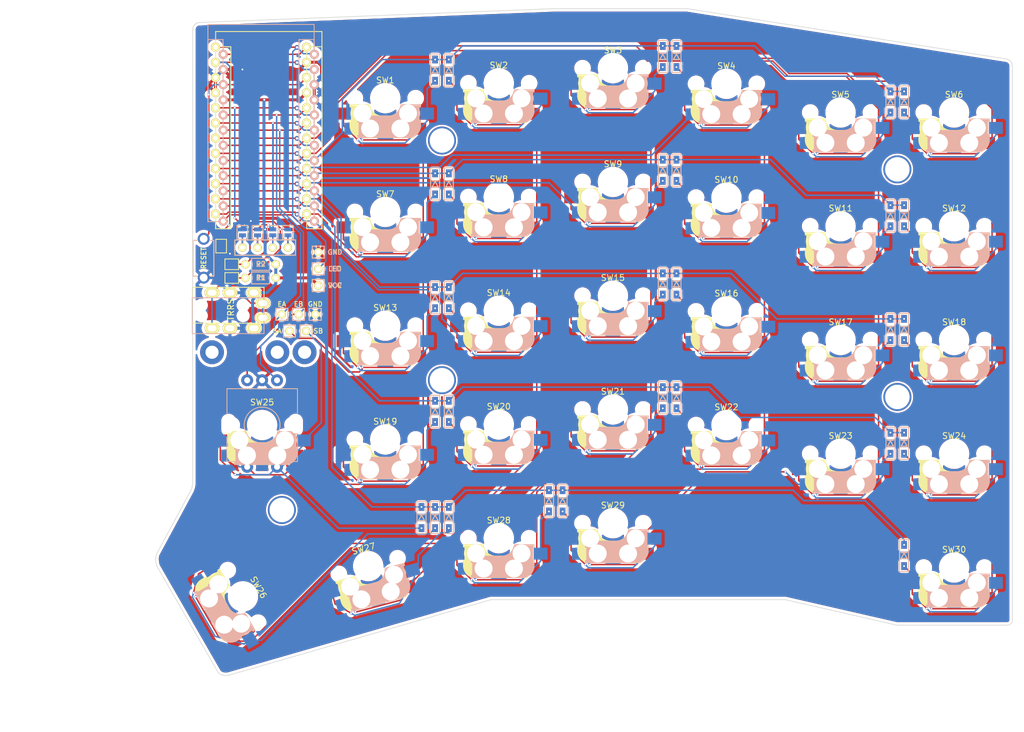
<source format=kicad_pcb>
(kicad_pcb (version 20211014) (generator pcbnew)
  (layers (0 "F.Cu" signal) (31 "B.Cu" signal) (34 "B.Paste" user) (35 "F.Paste" user) (36 "B.SilkS" user "B.Silkscreen") (37 "F.SilkS" user "F.Silkscreen") (38 "B.Mask" user) (39 "F.Mask" user) (44 "Edge.Cuts" user))
  (net 0 "")
  (net 1 "row0")
  (net 2 "Net-(D1-Pad2)")
  (net 3 "Net-(D2-Pad2)")
  (net 4 "Net-(D3-Pad2)")
  (net 5 "Net-(D4-Pad2)")
  (net 6 "Net-(D5-Pad2)")
  (net 7 "Net-(D6-Pad2)")
  (net 8 "row1")
  (net 9 "Net-(D7-Pad2)")
  (net 10 "Net-(D8-Pad2)")
  (net 11 "Net-(D9-Pad2)")
  (net 12 "Net-(D10-Pad2)")
  (net 13 "Net-(D11-Pad2)")
  (net 14 "Net-(D12-Pad2)")
  (net 15 "row2")
  (net 16 "Net-(D13-Pad2)")
  (net 17 "Net-(D14-Pad2)")
  (net 18 "Net-(D15-Pad2)")
  (net 19 "Net-(D16-Pad2)")
  (net 20 "Net-(D17-Pad2)")
  (net 21 "Net-(D18-Pad2)")
  (net 22 "row3")
  (net 23 "Net-(D19-Pad2)")
  (net 24 "Net-(D20-Pad2)")
  (net 25 "Net-(D21-Pad2)")
  (net 26 "Net-(D22-Pad2)")
  (net 27 "Net-(D23-Pad2)")
  (net 28 "Net-(D24-Pad2)")
  (net 29 "row4")
  (net 30 "SW25B")
  (net 31 "Net-(D26-Pad2)")
  (net 32 "Net-(D27-Pad2)")
  (net 33 "Net-(D28-Pad2)")
  (net 34 "Net-(D29-Pad2)")
  (net 35 "Net-(D30-Pad2)")
  (net 36 "GND")
  (net 37 "VCC")
  (net 38 "Net-(J3-Pad2)")
  (net 39 "Net-(J3-Pad1)")
  (net 40 "Net-(J3-Pad4)")
  (net 41 "Net-(J3-Pad3)")
  (net 42 "SCL")
  (net 43 "SDA")
  (net 44 "/i2c_c")
  (net 45 "/i2c_d")
  (net 46 "RESET")
  (net 47 "SW25A")
  (net 48 "col4")
  (net 49 "col3")
  (net 50 "col2")
  (net 51 "col1")
  (net 52 "col0")
  (net 53 "ENCB")
  (net 54 "ENCA")
  (net 55 "LED")
  (net 56 "DATA")
  (net 57 "unconnected-(U1-Pad24)")
  (net 58 "unconnected-(U1-Pad7)")
  (footprint "SofleRGB:crkbd-diode" (layer "F.Cu") (at 122.174 47.498 -90)
    (fp_text reference "D1")
    (fp_text value "D" hide)
  )
  (footprint "SofleRGB:crkbd-diode" (layer "F.Cu") (at 124.46 47.498 -90)
    (fp_text reference "D2")
    (fp_text value "D" hide)
  )
  (footprint "SofleRGB:crkbd-diode" (layer "F.Cu") (at 160.274 45.212 -90)
    (fp_text reference "D3")
    (fp_text value "D" hide)
  )
  (footprint "SofleRGB:crkbd-diode" (layer "F.Cu") (at 162.56 45.212 -90)
    (fp_text reference "D4")
    (fp_text value "D" hide)
  )
  (footprint "SofleRGB:crkbd-diode" (layer "F.Cu") (at 198.374 52.832 -90)
    (fp_text reference "D5")
    (fp_text value "D" hide)
  )
  (footprint "SofleRGB:crkbd-diode" (layer "F.Cu") (at 200.66 52.832 -90)
    (fp_text reference "D6")
    (fp_text value "D" hide)
  )
  (footprint "SofleRGB:crkbd-diode" (layer "F.Cu") (at 122.174 66.548 -90)
    (fp_text reference "D7")
    (fp_text value "D" hide)
  )
  (footprint "SofleRGB:crkbd-diode" (layer "F.Cu") (at 124.46 66.548 -90)
    (fp_text reference "D8")
    (fp_text value "D" hide)
  )
  (footprint "SofleRGB:crkbd-diode" (layer "F.Cu") (at 160.274 64.262 -90)
    (fp_text reference "D9")
    (fp_text value "D" hide)
  )
  (footprint "SofleRGB:crkbd-diode" (layer "F.Cu") (at 162.56 64.262 -90)
    (fp_text reference "D10")
    (fp_text value "D" hide)
  )
  (footprint "SofleRGB:crkbd-diode" (layer "F.Cu") (at 198.374 71.882 -90)
    (fp_text reference "D11")
    (fp_text value "D" hide)
  )
  (footprint "SofleRGB:crkbd-diode" (layer "F.Cu") (at 200.66 71.882 -90)
    (fp_text reference "D12")
    (fp_text value "D" hide)
  )
  (footprint "SofleRGB:crkbd-diode" (layer "F.Cu") (at 122.174 85.598 -90)
    (fp_text reference "D13")
    (fp_text value "D" hide)
  )
  (footprint "SofleRGB:crkbd-diode" (layer "F.Cu") (at 124.46 85.598 -90)
    (fp_text reference "D14")
    (fp_text value "D" hide)
  )
  (footprint "SofleRGB:crkbd-diode" (layer "F.Cu") (at 160.274 83.312 -90)
    (fp_text reference "D15")
    (fp_text value "D" hide)
  )
  (footprint "SofleRGB:crkbd-diode" (layer "F.Cu") (at 162.56 83.312 -90)
    (fp_text reference "D16")
    (fp_text value "D" hide)
  )
  (footprint "SofleRGB:crkbd-diode" (layer "F.Cu") (at 198.374 90.932 -90)
    (fp_text reference "D17")
    (fp_text value "D" hide)
  )
  (footprint "SofleRGB:crkbd-diode" (layer "F.Cu") (at 200.66 90.932 -90)
    (fp_text reference "D18")
    (fp_text value "D" hide)
  )
  (footprint "SofleRGB:crkbd-diode" (layer "F.Cu") (at 122.174 104.648 -90)
    (fp_text reference "D19")
    (fp_text value "D" hide)
  )
  (footprint "SofleRGB:crkbd-diode" (layer "F.Cu") (at 124.46 104.648 -90)
    (fp_text reference "D20")
    (fp_text value "D" hide)
  )
  (footprint "SofleRGB:crkbd-diode" (layer "F.Cu") (at 160.274 102.362 -90)
    (fp_text reference "D21")
    (fp_text value "D" hide)
  )
  (footprint "SofleRGB:crkbd-diode" (layer "F.Cu") (at 162.56 102.362 -90)
    (fp_text reference "D22")
    (fp_text value "D" hide)
  )
  (footprint "SofleRGB:crkbd-diode" (layer "F.Cu") (at 198.374 109.982 -90)
    (fp_text reference "D23")
    (fp_text value "D" hide)
  )
  (footprint "SofleRGB:crkbd-diode" (layer "F.Cu") (at 200.66 109.982 -90)
    (fp_text reference "D24")
    (fp_text value "D" hide)
  )
  (footprint "SofleRGB:crkbd-diode" (layer "F.Cu") (at 119.888 122.421 -90)
    (fp_text reference "D25")
    (fp_text value "D" hide)
  )
  (footprint "SofleRGB:crkbd-diode" (layer "F.Cu") (at 122.174 122.428 -90)
    (fp_text reference "D26")
    (fp_text value "D" hide)
  )
  (footprint "SofleRGB:crkbd-diode" (layer "F.Cu") (at 124.46 122.421 -90)
    (fp_text reference "D27")
    (fp_text value "D" hide)
  )
  (footprint "SofleRGB:crkbd-diode" (layer "F.Cu") (at 141.224 119.631 -90)
    (fp_text reference "D28")
    (fp_text value "D" hide)
  )
  (footprint "SofleRGB:crkbd-diode" (layer "F.Cu") (at 143.51 119.634 -90)
    (fp_text reference "D29")
    (fp_text value "D" hide)
  )
  (footprint "SofleRGB:crkbd-diode" (layer "F.Cu") (at 200.66 128.778 -90)
    (fp_text reference "D30")
    (fp_text value "D" hide)
  )
  (footprint "SofleRGB:OLED_4Pin" (layer "F.Cu") (at 89.916 77.216)
    (fp_text reference "J3" hide)
    (fp_text value "OLED" hide)
  )
  (footprint "SofleRGB:Jumper" (layer "F.Cu") (at 97.536 74.676 90)
    (fp_text reference "JP1" hide)
    (fp_text value "Jumper_NO_Small" hide)
  )
  (footprint "SofleRGB:Jumper" (layer "F.Cu") (at 94.996 74.66838 90)
    (fp_text reference "JP2" hide)
    (fp_text value "Jumper_NO_Small" hide)
  )
  (footprint "SofleRGB:Jumper" (layer "F.Cu") (at 92.456 74.676 90)
    (fp_text reference "JP3" hide)
    (fp_text value "Jumper_NO_Small" hide)
  )
  (footprint "SofleRGB:Jumper" (layer "F.Cu") (at 89.916 74.66838 90)
    (fp_text reference "JP4" hide)
    (fp_text value "Jumper_NO_Small" hide)
  )
  (footprint "SofleRGB:RESISTOR_mini" (layer "F.Cu") (at 92.964 82.296 180)
    (fp_text reference "R1")
    (fp_text value "R" hide)
  )
  (footprint "SofleRGB:RESISTOR_mini" (layer "F.Cu") (at 92.964 80.01 180)
    (fp_text reference "R2")
    (fp_text value "R" hide)
  )
  (footprint "SofleRGB:TACT_SWITCH_TVBP06" (layer "F.Cu") (at 83.439 78.994 90)
    (fp_text reference "RSW1" hide)
    (fp_text value "SW_RST" hide)
  )
  (footprint "SofleRGB:SK6812MINI_and_cherry_NoLEDPads_corrected_holes" (layer "F.Cu") (at 113.82718 52.18938 180)
    (fp_text reference "SW1")
    (fp_text value "SW_PUSH-MX_W_LED" hide)
  )
  (footprint "SofleRGB:SK6812MINI_and_cherry_NoLEDPads_corrected_holes" (layer "F.Cu") (at 132.826 49.688 180)
    (fp_text reference "SW2")
    (fp_text value "SW_PUSH-MX_W_LED" hide)
  )
  (footprint "SofleRGB:SK6812MINI_and_cherry_NoLEDPads_corrected_holes" (layer "F.Cu") (at 151.926 47.17 180)
    (fp_text reference "SW3")
    (fp_text value "SW_PUSH-MX_W_LED" hide)
  )
  (footprint "SofleRGB:SK6812MINI_and_cherry_NoLEDPads_corrected_holes" (layer "F.Cu") (at 170.927 49.789 180)
    (fp_text reference "SW4")
    (fp_text value "SW_PUSH-MX_W_LED" hide)
  )
  (footprint "SofleRGB:SK6812MINI_and_cherry_NoLEDPads_corrected_holes" (layer "F.Cu") (at 190.026 54.589 180)
    (fp_text reference "SW5")
    (fp_text value "SW_PUSH-MX_W_LED" hide)
  )
  (footprint "SofleRGB:SK6812MINI_and_cherry_NoLEDPads_corrected_holes" (layer "F.Cu") (at 209.02534 54.59074 180)
    (fp_text reference "SW6")
    (fp_text value "SW_PUSH-MX_W_LED" hide)
  )
  (footprint "SofleRGB:SK6812MINI_and_cherry_NoLEDPads_corrected_holes" (layer "F.Cu") (at 113.82718 71.23938 180)
    (fp_text reference "SW7")
    (fp_text value "SW_PUSH-MX_W_LED" hide)
  )
  (footprint "SofleRGB:SK6812MINI_and_cherry_NoLEDPads_corrected_holes" (layer "F.Cu") (at 132.826 68.738 180)
    (fp_text reference "SW8")
    (fp_text value "SW_PUSH-MX_W_LED" hide)
  )
  (footprint "SofleRGB:SK6812MINI_and_cherry_NoLEDPads_corrected_holes" (layer "F.Cu") (at 151.926 66.22 180)
    (fp_text reference "SW9")
    (fp_text value "SW_PUSH-MX_W_LED" hide)
  )
  (footprint "SofleRGB:SK6812MINI_and_cherry_NoLEDPads_corrected_holes" (layer "F.Cu") (at 170.927 68.839 180)
    (fp_text reference "SW10")
    (fp_text value "SW_PUSH-MX_W_LED" hide)
  )
  (footprint "SofleRGB:SK6812MINI_and_cherry_NoLEDPads_corrected_holes" (layer "F.Cu") (at 190.026 73.639 180)
    (fp_text reference "SW11")
    (fp_text value "SW_PUSH-MX_W_LED" hide)
  )
  (footprint "SofleRGB:SK6812MINI_and_cherry_NoLEDPads_corrected_holes" (layer "F.Cu") (at 209.02534 73.64074 180)
    (fp_text reference "SW12")
    (fp_text value "SW_PUSH-MX_W_LED" hide)
  )
  (footprint "SofleRGB:SK6812MINI_and_cherry_NoLEDPads_corrected_holes" (layer "F.Cu") (at 113.82718 90.28938 180)
    (fp_text reference "SW13")
    (fp_text value "SW_PUSH-MX_W_LED" hide)
  )
  (footprint "SofleRGB:SK6812MINI_and_cherry_NoLEDPads_corrected_holes" (layer "F.Cu") (at 132.826 87.788 180)
    (fp_text reference "SW14")
    (fp_text value "SW_PUSH-MX_W_LED" hide)
  )
  (footprint "SofleRGB:SK6812MINI_and_cherry_NoLEDPads_corrected_holes" (layer "F.Cu") (at 151.926 85.27 180)
    (fp_text reference "SW15")
    (fp_text value "SW_PUSH-MX_W_LED" hide)
  )
  (footprint "SofleRGB:SK6812MINI_and_cherry_NoLEDPads_corrected_holes" (layer "F.Cu") (at 170.927 87.889 180)
    (fp_text reference "SW16")
    (fp_text value "SW_PUSH-MX_W_LED" hide)
  )
  (footprint "SofleRGB:SK6812MINI_and_cherry_NoLEDPads_corrected_holes" (layer "F.Cu") (at 190.026 92.689 180)
    (fp_text reference "SW17")
    (fp_text value "SW_PUSH-MX_W_LED" hide)
  )
  (footprint "SofleRGB:SK6812MINI_and_cherry_NoLEDPads_corrected_holes" (layer "F.Cu") (at 113.82718 109.33938 180)
    (fp_text reference "SW19")
    (fp_text value "SW_PUSH-MX_W_LED" hide)
  )
  (footprint "SofleRGB:SK6812MINI_and_cherry_NoLEDPads_corrected_holes" (layer "F.Cu") (at 132.826 106.838 180)
    (fp_text reference "SW20")
    (fp_text value "SW_PUSH-MX_W_LED" hide)
  )
  (footprint "SofleRGB:SK6812MINI_and_cherry_NoLEDPads_corrected_holes" (layer "F.Cu") (at 151.926 104.32 180)
    (fp_text reference "SW21")
    (fp_text value "SW_PUSH-MX_W_LED" hide)
  )
  (footprint "SofleRGB:SK6812MINI_and_cherry_NoLEDPads_corrected_holes" (layer "F.Cu") (at 170.927 106.939 180)
    (fp_text reference "SW22")
    (fp_text value "SW_PUSH-MX_W_LED" hide)
  )
  (footprint "SofleRGB:SK6812MINI_and_cherry_NoLEDPads_corrected_holes" (layer "F.Cu") (at 190.026 111.739 180)
    (fp_text reference "SW23")
    (fp_text value "SW_PUSH-MX_W_LED" hide)
  )
  (footprint "SofleRGB:RotaryEncoder_Alps_EC11E-Switch_Vertical_H20mm-keebio_modified" (layer "F.Cu") (at 93.218 106.934 -90)
    (fp_text reference "SW25" hide)
    (fp_text value "Rotary_Encoder_Switch")
  )
  (footprint "SofleRGB:SK6812MINI_and_cherry_NoLEDPads_corrected_holes" (layer "F.Cu") (at 90.008 135.629 120)
    (fp_text reference "SW26")
    (fp_text value "SW_PUSH-MX_W_LED" hide)
  )
  (footprint "SofleRGB:SK6812MINI_and_cherry_NoLEDPads_corrected_holes" (layer "F.Cu") (at 110.974 130.554 -165)
    (fp_text reference "SW27")
    (fp_text value "SW_PUSH-MX_W_LED" hide)
  )
  (footprint "SofleRGB:SK6812MINI_and_cherry_NoLEDPads_corrected_holes" (layer "F.Cu") (at 132.826 125.888 180)
    (fp_text reference "SW28")
    (fp_text value "SW_PUSH-MX_W_LED" hide)
  )
  (footprint "SofleRGB:SK6812MINI_and_cherry_NoLEDPads_corrected_holes" (layer "F.Cu") (at 151.926 123.37 180)
    (fp_text reference "SW29")
    (fp_text value "SW_PUSH-MX_W_LED" hide)
  )
  (footprint "SofleRGB:SK6812MINI_and_cherry_NoLEDPads_corrected_holes" (layer "F.Cu") (at 209.02534 130.79074 180)
    (fp_text reference "SW30")
    (fp_text value "SW_PUSH-MX_W_LED" hide)
  )
  (footprint "SofleRGB:M2_HOLE_PCB" (layer "F.Cu") (at 100.33 94.742 180)
    (fp_text reference "TH1" hide)
    (fp_text value "HOLE")
  )
  (footprint "SofleRGB:M2_HOLE_PCB" (layer "F.Cu") (at 84.836 94.742 180)
    (fp_text reference "TH2" hide)
    (fp_text value "HOLE")
  )
  (footprint "SofleRGB:HOLE_M2_TH" (layer "F.Cu") (at 199.31 101.955 180)
    (fp_text reference "TH3" hide)
    (fp_text value "HOLE" hide)
  )
  (footprint "SofleRGB:HOLE_M2_TH" (layer "F.Cu") (at 96.295 120.883 180)
    (fp_text reference "TH4" hide)
    (fp_text value "HOLE" hide)
  )
  (footprint "SofleRGB:HOLE_M2_TH" (layer "F.Cu") (at 199.302 63.841 180)
    (fp_text reference "TH5" hide)
    (fp_text value "HOLE" hide)
  )
  (footprint "SofleRGB:HOLE_M2_TH" (layer "F.Cu") (at 123.088 99.144 180)
    (fp_text reference "TH6" hide)
    (fp_text value "HOLE" hide)
  )
  (footprint "SofleRGB:HOLE_M2_TH" (layer "F.Cu") (at 123.095 59.011 180)
    (fp_text reference "TH7" hide)
    (fp_text value "HOLE" hide)
  )
  (footprint "SofleRGB:ProMicro" (layer "F.Cu") (at 94.234 58.42)
    (fp_text reference "U1" hide)
    (fp_text value "ProMicro" hide)
  )
  (footprint "SofleRGB:jumper_data" (layer "F.Cu") (at 86.36 76.962 -90)
    (fp_text reference "W1" hide)
    (fp_text value "jumper" hide)
  )
  (footprint "SofleRGB:MJ-4PP-9" (layer "F.Cu") (at 81.534 86.868 90)
    (fp_text reference "J2")
    (fp_text value "4PIN" hide)
  )
  (footprint "SofleRGB:1pin_conn" (layer "F.Cu") (at 102.616 77.978 -90)
    (fp_text reference "GND1" hide)
    (fp_text value "col_pin" hide)
  )
  (footprint "SofleRGB:M2_HOLE_PCB" (layer "F.Cu") (at 95.758 94.742 180)
    (fp_text reference "TH8" hide)
    (fp_text value "HOLE")
  )
  (footprint "SofleRGB:1pin_conn" (layer "F.Cu") (at 102.616 83.566 -90)
    (fp_text reference "VCC1" hide)
    (fp_text value "col_pin" hide)
  )
  (footprint "SofleRGB:1pin_conn" (layer "F.Cu") (at 102.616 80.772 -90)
    (fp_text reference "LED1" hide)
    (fp_text value "col_pin" hide)
  )
  (footprint "SofleRGB:SK6812MINI_and_cherry_NoLEDPads_corrected_holes" (layer "F.Cu") (at 209.02534 111.74074 180)
    (fp_text reference "SW24")
    (fp_text value "SW_PUSH-MX_W_LED" hide)
  )
  (footprint "SofleRGB:SK6812MINI_and_cherry_NoLEDPads_corrected_holes" (layer "F.Cu") (at 209.02534 92.69074 180)
    (fp_text reference "SW18")
    (fp_text value "SW_PUSH-MX_W_LED" hide)
  )
  (footprint "SofleRGB:SK6812MINI_and_cherry_NoLEDPads_corrected_holes" (layer "F.Cu") (at 93.218 106.934 180)
    (fp_text reference "SW25A1" hide)
    (fp_text value "SW_PUSH-MX_W_LED" hide)
  )
  (footprint "SofleRGB:Jumper" (layer "F.Cu") (at 88.138 82.296)
    (fp_text reference "JP9" hide)
    (fp_text value "SolderJumper_2_Open" hide)
  )
  (footprint "SofleRGB:Jumper" (layer "F.Cu") (at 88.138 80.01)
    (fp_text reference "JP10" hide)
    (fp_text value "SolderJumper_2_Open" hide)
  )
  (footprint "SofleRGB:1pin_conn" (layer "F.Cu") (at 100.584 91.186 -90)
    (fp_text reference "P4" hide)
    (fp_text value "i2c_pin" hide)
  )
  (footprint "SofleRGB:1pin_conn" (layer "F.Cu") (at 96.52 88.392)
    (fp_text reference "P5" hide)
    (fp_text value "i2c_pin" hide)
  )
  (footprint "SofleRGB:1pin_conn" (layer "F.Cu") (at 99.314 88.392)
    (fp_text reference "P6" hide)
    (fp_text value "i2c_pin" hide)
  )
  (footprint "SofleRGB:1pin_conn" (layer "F.Cu") (at 102.108 88.392)
    (fp_text reference "P7" hide)
    (fp_text value "i2c_pin" hide)
  )
  (footprint "SofleRGB:1pin_conn" (layer "F.Cu") (at 97.79 91.186 90)
    (fp_text reference "P3" hide)
    (fp_text value "i2c_pin" hide)
  )
  (footprint "SofleRGB:Jumper" (layer "B.Cu") (at 97.536 74.676 90)
    (fp_text reference "JP5" hide)
    (fp_text value "Jumper_NO_Small" hide)
  )
  (footprint "SofleRGB:Jumper" (layer "B.Cu") (at 94.996 74.66838 90)
    (fp_text reference "JP6" hide)
    (fp_text value "Jumper_NO_Small" hide)
  )
  (footprint "SofleRGB:Jumper" (layer "B.Cu") (at 92.456 74.676 90)
    (fp_text reference "JP7" hide)
    (fp_text value "Jumper_NO_Small" hide)
  )
  (footprint "SofleRGB:Jumper" (layer "B.Cu") (at 89.916 74.66838 90)
    (fp_text reference "JP8" hide)
    (fp_text value "Jumper_NO_Small" hide)
  )
  (gr_line (start 131.480128 136.189) (end 180.826 136.189) (layer "Edge.Cuts") (width 0.1))
  (gr_line (start 199.4343 140.44882) (end 180.826 136.189) (layer "Edge.Cuts") (width 0.1))
  (gr_line (start 75.626 130.589) (end 75.476 130.089) (layer "Edge.Cuts") (width 0.1))
  (gr_line (start 75.476 130.089) (end 75.426 129.489) (layer "Edge.Cuts") (width 0.1))
  (gr_line (start 75.426 129.489) (end 75.426 129.089) (layer "Edge.Cuts") (width 0.1))
  (gr_line (start 75.426 129.089) (end 75.526 128.589) (layer "Edge.Cuts") (width 0.1))
  (gr_line (start 81.601257 116.589) (end 81.526 117.239) (layer "Edge.Cuts") (width 0.1))
  (gr_line (start 81.526 117.239) (end 81.326 117.839) (layer "Edge.Cuts") (width 0.1))
  (gr_line (start 85.876 148.389) (end 86.226 148.689) (layer "Edge.Cuts") (width 0.1))
  (gr_line (start 86.226 148.689) (end 86.676 148.839) (layer "Edge.Cuts") (width 0.1))
  (gr_line (start 86.676 148.839) (end 87.112 148.905) (layer "Edge.Cuts") (width 0.1))
  (gr_line (start 75.526 128.589) (end 81.326 117.839) (layer "Edge.Cuts") (width 0.1))
  (gr_line (start 81.937259 39.851831) (end 82.107752 39.71116) (layer "Edge.Cuts") (width 0.1))
  (gr_line (start 81.690377 40.218014) (end 81.79659 40.022327) (layer "Edge.Cuts") (width 0.1))
  (gr_line (start 218.609881 46.186807) (end 218.696281 46.367672) (layer "Edge.Cuts") (width 0.1))
  (gr_line (start 217.801441 45.634146) (end 218.003111 45.685776) (layer "Edge.Cuts") (width 0.1))
  (gr_line (start 81.79659 40.022327) (end 81.937259 39.851831) (layer "Edge.Cuts") (width 0.1))
  (gr_line (start 218.003111 45.685776) (end 218.187871 45.770466) (layer "Edge.Cuts") (width 0.1))
  (gr_line (start 218.750381 46.563571) (end 218.769181 46.770902) (layer "Edge.Cuts") (width 0.1))
  (gr_line (start 85.876 148.389) (end 75.626 130.589) (layer "Edge.Cuts") (width 0.1))
  (gr_line (start 217.940741 140.448819) (end 199.4343 140.44882) (layer "Edge.Cuts") (width 0.1))
  (gr_arc (start 218.768802 139.625974) (mid 218.5264 140.210113) (end 217.940741 140.448819) (layer "Edge.Cuts") (width 0.1))
  (gr_line (start 218.769181 46.770902) (end 218.768802 139.625974) (layer "Edge.Cuts") (width 0.1))
  (gr_line (start 81.623257 40.434261) (end 81.690377 40.218014) (layer "Edge.Cuts") (width 0.1))
  (gr_line (start 164.276 37.189) (end 217.801441 45.634146) (layer "Edge.Cuts") (width 0.1))
  (gr_line (start 81.599857 40.666435) (end 81.623257 40.434261) (layer "Edge.Cuts") (width 0.1))
  (gr_line (start 218.696281 46.367672) (end 218.750381 46.563571) (layer "Edge.Cuts") (width 0.1))
  (gr_line (start 82.107752 39.71116) (end 82.303436 39.604945) (layer "Edge.Cuts") (width 0.1))
  (gr_line (start 218.187871 45.770466) (end 218.352621 45.8846) (layer "Edge.Cuts") (width 0.1))
  (gr_line (start 218.494321 46.024582) (end 218.609881 46.186807) (layer "Edge.Cuts") (width 0.1))
  (gr_line (start 81.601257 116.589) (end 81.599857 40.666435) (layer "Edge.Cuts") (width 0.1))
  (gr_line (start 131.480128 136.189) (end 87.54872 148.85416) (layer "Edge.Cuts") (width 0.1))
  (gr_line (start 82.51968 39.537815) (end 82.751853 39.514405) (layer "Edge.Cuts") (width 0.1))
  (gr_line (start 82.303436 39.604945) (end 82.51968 39.537815) (layer "Edge.Cuts") (width 0.1))
  (gr_line (start 142.326 37.189) (end 164.276 37.189) (layer "Edge.Cuts") (width 0.1))
  (gr_line (start 218.352621 45.8846) (end 218.494321 46.024582) (layer "Edge.Cuts") (width 0.1))
  (gr_line (start 142.326 37.189) (end 82.751853 39.514405) (layer "Edge.Cuts") (width 0.1))
  (gr_line (start 87.112 148.905) (end 87.54872 148.85416) (layer "Edge.Cuts") (width 0.1))
  (segment (start 99.022 61.43) (end 99.06 61.468) (width 0.25) (layer "F.Cu") (net 1))
  (segment (start 85.414 61.43) (end 99.022 61.43) (width 0.25) (layer "F.Cu") (net 1))
  (via (at 99.06 61.468) (size 0.8) (drill 0.4) (layers "F.Cu" "B.Cu") (net 1))
  (via (at 198.374 51.054) (size 0.4) (drill 0.3) (layers "F.Cu" "B.Cu") (net 1))
  (via (at 200.66 51.054) (size 0.4) (drill 0.3) (layers "F.Cu" "B.Cu") (net 1))
  (via (at 162.56 43.434) (size 0.4) (drill 0.3) (layers "F.Cu" "B.Cu") (net 1))
  (via (at 160.274 43.434) (size 0.4) (drill 0.3) (layers "F.Cu" "B.Cu") (net 1))
  (via (at 124.46 45.72) (size 0.4) (drill 0.3) (layers "F.Cu" "B.Cu") (net 1))
  (via (at 122.174 45.72) (size 0.4) (drill 0.3) (layers "F.Cu" "B.Cu") (net 1))
  (segment (start 126.746 43.437) (end 124.46 45.723) (width 0.25) (layer "B.Cu") (net 1))
  (segment (start 113.326558 45.723) (end 122.174 45.723) (width 0.25) (layer "B.Cu") (net 1))
  (segment (start 100.217745 62.625745) (end 101.952815 62.625745) (width 0.25) (layer "B.Cu") (net 1))
  (segment (start 124.46 45.723) (end 122.174 45.723) (width 0.25) (layer "B.Cu") (net 1))
  (segment (start 162.56 43.437) (end 175.644002 43.437) (width 0.25) (layer "B.Cu") (net 1))
  (segment (start 195.833999 48.513999) (end 198.374 51.054) (width 0.25) (layer "B.Cu") (net 1))
  (segment (start 200.66 51.054) (end 198.374 51.054) (width 0.25) (layer "B.Cu") (net 1))
  (segment (start 99.06 61.468) (end 100.217745 62.625745) (width 0.25) (layer "B.Cu") (net 1))
  (segment (start 106.652179 57.926381) (end 106.652179 52.397379) (width 0.25) (layer "B.Cu") (net 1))
  (segment (start 162.56 43.434) (end 160.274 43.434) (width 0.25) (layer "B.Cu") (net 1))
  (segment (start 101.952815 62.625745) (end 106.652179 57.926381) (width 0.25) (layer "B.Cu") (net 1))
  (segment (start 106.652179 52.397379) (end 113.326558 45.723) (width 0.25) (layer "B.Cu") (net 1))
  (segment (start 160.274 43.437) (end 126.746 43.437) (width 0.25) (layer "B.Cu") (net 1))
  (segment (start 175.644002 43.437) (end 180.721001 48.513999) (width 0.25) (layer "B.Cu") (net 1))
  (segment (start 180.721001 48.513999) (end 195.833999 48.513999) (width 0.25) (layer "B.Cu") (net 1))
  (segment (start 109.22 59.182) (end 106.82718 56.78918) (width 0.25) (layer "F.Cu") (net 2))
  (segment (start 106.82718 56.78918) (end 106.82718 54.76938) (width 0.25) (layer "F.Cu") (net 2))
  (via (at 109.22 59.182) (size 0.4) (drill 0.3) (layers "F.Cu" "B.Cu") (net 2))
  (via (at 122.174 49.276) (size 0.4) (drill 0.3) (layers "F.Cu" "B.Cu") (net 2))
  (segment (start 120.82718 54.76938) (end 120.82718 56.01938) (width 0.25) (layer "B.Cu") (net 2))
  (segment (start 109.745001 59.707001) (end 109.22 59.182) (width 0.25) (layer "B.Cu") (net 2))
  (segment (start 120.82718 56.01938) (end 117.139559 59.707001) (width 0.25) (layer "B.Cu") (net 2))
  (segment (start 120.82718 54.76938) (end 120.82718 50.61982) (width 0.25) (layer "B.Cu") (net 2))
  (segment (start 120.82718 50.61982) (end 122.174 49.273) (width 0.25) (layer "B.Cu") (net 2))
  (segment (start 117.139559 59.707001) (end 109.745001 59.707001) (width 0.25) (layer "B.Cu") (net 2))
  (segment (start 128.27 56.642) (end 125.826 54.198) (width 0.25) (layer "F.Cu") (net 3))
  (segment (start 125.826 52.268) (end 125.826 50.639) (width 0.25) (layer "F.Cu") (net 3))
  (segment (start 125.826 50.639) (end 124.46 49.273) (width 0.25) (layer "F.Cu") (net 3))
  (segment (start 125.826 54.198) (end 125.826 52.268) (width 0.25) (layer "F.Cu") (net 3))
  (via (at 128.27 56.642) (size 0.4) (drill 0.3) (layers "F.Cu" "B.Cu") (net 3))
  (via (at 124.46 49.276) (size 0.4) (drill 0.3) (layers "F.Cu" "B.Cu") (net 3))
  (segment (start 136.176999 57.167001) (end 128.795001 57.167001) (width 0.25) (layer "B.Cu") (net 3))
  (segment (start 128.795001 57.167001) (end 128.27 56.642) (width 0.25) (layer "B.Cu") (net 3))
  (segment (start 139.826 52.268) (end 139.826 53.518) (width 0.25) (layer "B.Cu") (net 3))
  (segment (start 139.826 53.518) (end 136.176999 57.167001) (width 0.25) (layer "B.Cu") (net 3))
  (segment (start 144.926 51.708) (end 144.926 49.75) (width 0.25) (layer "F.Cu") (net 4))
  (segment (start 147.32 54.102) (end 144.926 51.708) (width 0.25) (layer "F.Cu") (net 4))
  (via (at 160.274 46.99) (size 0.4) (drill 0.3) (layers "F.Cu" "B.Cu") (net 4))
  (via (at 147.32 54.102) (size 0.4) (drill 0.3) (layers "F.Cu" "B.Cu") (net 4))
  (segment (start 158.926 49.75) (end 158.926 51) (width 0.25) (layer "B.Cu") (net 4))
  (segment (start 158.926 49.75) (end 158.926 48.335) (width 0.25) (layer "B.Cu") (net 4))
  (segment (start 158.926 48.335) (end 160.274 46.987) (width 0.25) (layer "B.Cu") (net 4))
  (segment (start 158.926 51) (end 155.298999 54.627001) (width 0.25) (layer "B.Cu") (net 4))
  (segment (start 147.845001 54.627001) (end 147.32 54.102) (width 0.25) (layer "B.Cu") (net 4))
  (segment (start 155.298999 54.627001) (end 147.845001 54.627001) (width 0.25) (layer "B.Cu") (net 4))
  (segment (start 166.37 56.642) (end 163.927 54.199) (width 0.25) (layer "F.Cu") (net 5))
  (segment (start 163.927 48.354) (end 162.56 46.987) (width 0.25) (layer "F.Cu") (net 5))
  (segment (start 163.927 52.369) (end 163.927 48.354) (width 0.25) (layer "F.Cu") (net 5))
  (segment (start 163.927 54.199) (end 163.927 52.369) (width 0.25) (layer "F.Cu") (net 5))
  (via (at 162.56 46.99) (size 0.4) (drill 0.3) (layers "F.Cu" "B.Cu") (net 5))
  (via (at 166.37 56.642) (size 0.4) (drill 0.3) (layers "F.Cu" "B.Cu") (net 5))
  (segment (start 177.927 52.369) (end 177.927 53.619) (width 0.25) (layer "B.Cu") (net 5))
  (segment (start 166.895001 57.167001) (end 166.37 56.642) (width 0.25) (layer "B.Cu") (net 5))
  (segment (start 177.927 53.619) (end 174.378999 57.167001) (width 0.25) (layer "B.Cu") (net 5))
  (segment (start 174.378999 57.167001) (end 166.895001 57.167001) (width 0.25) (layer "B.Cu") (net 5))
  (segment (start 185.42 61.468) (end 183.026 59.074) (width 0.25) (layer "F.Cu") (net 6))
  (segment (start 183.026 59.074) (end 183.026 57.169) (width 0.25) (layer "F.Cu") (net 6))
  (via (at 185.42 61.468) (size 0.4) (drill 0.3) (layers "F.Cu" "B.Cu") (net 6))
  (via (at 198.374 54.61) (size 0.4) (drill 0.3) (layers "F.Cu" "B.Cu") (net 6))
  (segment (start 197.026 57.169) (end 197.026 58.419) (width 0.25) (layer "B.Cu") (net 6))
  (segment (start 197.026 55.958) (end 198.374 54.61) (width 0.25) (layer "B.Cu") (net 6))
  (segment (start 193.451999 61.993001) (end 185.945001 61.993001) (width 0.25) (layer "B.Cu") (net 6))
  (segment (start 197.026 58.419) (end 193.451999 61.993001) (width 0.25) (layer "B.Cu") (net 6))
  (segment (start 185.945001 61.993001) (end 185.42 61.468) (width 0.25) (layer "B.Cu") (net 6))
  (segment (start 198.374 54.61) (end 198.374 54.607) (width 0.25) (layer "B.Cu") (net 6))
  (segment (start 197.026 57.169) (end 197.026 55.958) (width 0.25) (layer "B.Cu") (net 6))
  (segment (start 197.026 55.955) (end 198.374 54.607) (width 0.25) (layer "B.Cu") (net 6))
  (segment (start 197.026 57.169) (end 197.026 55.955) (width 0.25) (layer "B.Cu") (net 6))
  (segment (start 200.6615 54.6085) (end 200.66 54.607) (width 0.25) (layer "F.Cu") (net 7))
  (segment (start 202.02534 57.17074) (end 202.02534 55.97234) (width 0.25) (layer "F.Cu") (net 7))
  (segment (start 202.02534 55.97234) (end 200.6615 54.6085) (width 0.25) (layer "F.Cu") (net 7))
  (segment (start 204.577009 61.555473) (end 202.02534 59.003804) (width 0.25) (layer "F.Cu") (net 7))
  (segment (start 202.02534 59.003804) (end 202.02534 57.17074) (width 0.25) (layer "F.Cu") (net 7))
  (via (at 204.577009 61.555473) (size 0.4) (drill 0.3) (layers "F.Cu" "B.Cu") (net 7))
  (via (at 200.6615 54.6085) (size 0.4) (drill 0.3) (layers "F.Cu" "B.Cu") (net 7))
  (segment (start 216.02534 58.42074) (end 212.453079 61.993001) (width 0.25) (layer "B.Cu") (net 7))
  (segment (start 205.014537 61.993001) (end 204.577009 61.555473) (width 0.25) (layer "B.Cu") (net 7))
  (segment (start 216.02534 57.17074) (end 216.02534 58.42074) (width 0.25) (layer "B.Cu") (net 7))
  (segment (start 212.453079 61.993001) (end 205.014537 61.993001) (width 0.25) (layer "B.Cu") (net 7))
  (segment (start 99.022 63.97) (end 99.06 64.008) (width 0.25) (layer "F.Cu") (net 8))
  (segment (start 85.414 63.97) (end 99.022 63.97) (width 0.25) (layer "F.Cu") (net 8))
  (via (at 162.56 62.484) (size 0.4) (drill 0.3) (layers "F.Cu" "B.Cu") (net 8))
  (via (at 198.374 70.104) (size 0.4) (drill 0.3) (layers "F.Cu" "B.Cu") (net 8))
  (via (at 160.274 62.484) (size 0.4) (drill 0.3) (layers "F.Cu" "B.Cu") (net 8))
  (via (at 122.174 64.77) (size 0.4) (drill 0.3) (layers "F.Cu" "B.Cu") (net 8))
  (via (at 200.66 70.104) (size 0.4) (drill 0.3) (layers "F.Cu" "B.Cu") (net 8))
  (via (at 124.46 64.77) (size 0.4) (drill 0.3) (layers "F.Cu" "B.Cu") (net 8))
  (via (at 99.06 64.008) (size 0.8) (drill 0.4) (layers "F.Cu" "B.Cu") (net 8))
  (segment (start 160.277 62.484) (end 160.274 62.487) (width 0.25) (layer "B.Cu") (net 8))
  (segment (start 162.56 62.484) (end 160.277 62.484) (width 0.25) (layer "B.Cu") (net 8))
  (segment (start 124.46 64.773) (end 122.174 64.773) (width 0.25) (layer "B.Cu") (net 8))
  (segment (start 160.274 62.484) (end 126.746 62.484) (width 0.25) (layer "B.Cu") (net 8))
  (segment (start 196.7215 68.4545) (end 184.2785 68.4545) (width 0.25) (layer "B.Cu") (net 8))
  (segment (start 122.174 64.77) (end 102.34856 64.77) (width 0.25) (layer "B.Cu") (net 8))
  (segment (start 196.7215 68.4545) (end 198.374 70.107) (width 0.25) (layer "B.Cu") (net 8))
  (segment (start 184.2785 68.4545) (end 178.311 62.487) (width 0.25) (layer "B.Cu") (net 8))
  (segment (start 200.66 70.104) (end 198.374 70.104) (width 0.25) (layer "B.Cu") (net 8))
  (segment (start 126.746 62.484) (end 124.46 64.77) (width 0.25) (layer "B.Cu") (net 8))
  (segment (start 99.06 64.008) (end 100.217745 65.165745) (width 0.25) (layer "B.Cu") (net 8))
  (segment (start 100.217745 65.165745) (end 101.952815 65.165745) (width 0.25) (layer "B.Cu") (net 8))
  (segment (start 162.56 62.487) (end 178.311 62.487) (width 0.25) (layer "B.Cu") (net 8))
  (segment (start 102.34856 64.77) (end 101.952815 65.165745) (width 0.25) (layer "B.Cu") (net 8))
  (segment (start 106.82718 75.83918) (end 106.82718 73.81938) (width 0.25) (layer "F.Cu") (net 9))
  (segment (start 109.22 78.232) (end 106.82718 75.83918) (width 0.25) (layer "F.Cu") (net 9))
  (via (at 109.22 78.232) (size 0.4) (drill 0.3) (layers "F.Cu" "B.Cu") (net 9))
  (via (at 122.174 68.326) (size 0.4) (drill 0.3) (layers "F.Cu" "B.Cu") (net 9))
  (segment (start 117.139559 78.757001) (end 109.745001 78.757001) (width 0.25) (layer "B.Cu") (net 9))
  (segment (start 120.82718 69.66982) (end 122.174 68.323) (width 0.25) (layer "B.Cu") (net 9))
  (segment (start 120.82718 73.81938) (end 120.82718 75.06938) (width 0.25) (layer "B.Cu") (net 9))
  (segment (start 109.745001 78.757001) (end 109.22 78.232) (width 0.25) (layer "B.Cu") (net 9))
  (segment (start 120.82718 73.81938) (end 120.82718 69.66982) (width 0.25) (layer "B.Cu") (net 9))
  (segment (start 120.82718 75.06938) (end 117.139559 78.757001) (width 0.25) (layer "B.Cu") (net 9))
  (segment (start 125.826 71.318) (end 125.826 69.689) (width 0.25) (layer "F.Cu") (net 10))
  (segment (start 128.27 75.692) (end 125.826 73.248) (width 0.25) (layer "F.Cu") (net 10))
  (segment (start 125.826 69.689) (end 124.46 68.323) (width 0.25) (layer "F.Cu") (net 10))
  (segment (start 125.826 73.248) (end 125.826 71.318) (width 0.25) (layer "F.Cu") (net 10))
  (via (at 128.27 75.692) (size 0.4) (drill 0.3) (layers "F.Cu" "B.Cu") (net 10))
  (via (at 124.46 68.326) (size 0.4) (drill 0.3) (layers "F.Cu" "B.Cu") (net 10))
  (segment (start 128.795001 76.217001) (end 128.27 75.692) (width 0.25) (layer "B.Cu") (net 10))
  (segment (start 136.176999 76.217001) (end 128.795001 76.217001) (width 0.25) (layer "B.Cu") (net 10))
  (segment (start 139.826 72.568) (end 136.176999 76.217001) (width 0.25) (layer "B.Cu") (net 10))
  (segment (start 139.826 71.318) (end 139.826 72.568) (width 0.25) (layer "B.Cu") (net 10))
  (segment (start 147.32 73.152) (end 144.926 70.758) (width 0.25) (layer "F.Cu") (net 11))
  (segment (start 144.926 70.758) (end 144.926 68.8) (width 0.25) (layer "F.Cu") (net 11))
  (via (at 160.274 66.04) (size 0.4) (drill 0.3) (layers "F.Cu" "B.Cu") (net 11))
  (via (at 147.32 73.152) (size 0.4) (drill 0.3) (layers "F.Cu" "B.Cu") (net 11))
  (segment (start 155.298999 73.677001) (end 147.845001 73.677001) (width 0.25) (layer "B.Cu") (net 11))
  (segment (start 158.926 68.8) (end 158.926 70.05) (width 0.25) (layer "B.Cu") (net 11))
  (segment (start 158.926 68.8) (end 158.926 67.385) (width 0.25) (layer "B.Cu") (net 11))
  (segment (start 158.926 67.385) (end 160.274 66.037) (width 0.25) (layer "B.Cu") (net 11))
  (segment (start 158.926 70.05) (end 155.298999 73.677001) (width 0.25) (layer "B.Cu") (net 11))
  (segment (start 147.845001 73.677001) (end 147.32 73.152) (width 0.25) (layer "B.Cu") (net 11))
  (segment (start 166.37 75.692) (end 163.927 73.249) (width 0.25) (layer "F.Cu") (net 12))
  (segment (start 163.927 67.404) (end 162.56 66.037) (width 0.25) (layer "F.Cu") (net 12))
  (segment (start 163.927 71.419) (end 163.927 67.404) (width 0.25) (layer "F.Cu") (net 12))
  (segment (start 163.927 73.249) (end 163.927 71.419) (width 0.25) (layer "F.Cu") (net 12))
  (via (at 162.56 66.04) (size 0.4) (drill 0.3) (layers "F.Cu" "B.Cu") (net 12))
  (via (at 166.37 75.692) (size 0.4) (drill 0.3) (layers "F.Cu" "B.Cu") (net 12))
  (segment (start 166.895001 76.217001) (end 166.37 75.692) (width 0.25) (layer "B.Cu") (net 12))
  (segment (start 177.927 71.419) (end 177.927 72.669) (width 0.25) (layer "B.Cu") (net 12))
  (segment (start 174.378999 76.217001) (end 166.895001 76.217001) (width 0.25) (layer "B.Cu") (net 12))
  (segment (start 177.927 72.669) (end 174.378999 76.217001) (width 0.25) (layer "B.Cu") (net 12))
  (segment (start 183.026 78.124) (end 183.026 76.219) (width 0.25) (layer "F.Cu") (net 13))
  (segment (start 185.42 80.518) (end 183.026 78.124) (width 0.25) (layer "F.Cu") (net 13))
  (via (at 198.374 73.66) (size 0.4) (drill 0.3) (layers "F.Cu" "B.Cu") (net 13))
  (via (at 185.42 80.518) (size 0.4) (drill 0.3) (layers "F.Cu" "B.Cu") (net 13))
  (segment (start 197.026 76.219) (end 197.026 75.005) (width 0.25) (layer "B.Cu") (net 13))
  (segment (start 185.945001 81.043001) (end 185.42 80.518) (width 0.25) (layer "B.Cu") (net 13))
  (segment (start 193.451999 81.043001) (end 185.945001 81.043001) (width 0.25) (layer "B.Cu") (net 13))
  (segment (start 197.026 76.219) (end 197.026 77.469) (width 0.25) (layer "B.Cu") (net 13))
  (segment (start 197.026 75.005) (end 198.374 73.657) (width 0.25) (layer "B.Cu") (net 13))
  (segment (start 197.026 77.469) (end 193.451999 81.043001) (width 0.25) (layer "B.Cu") (net 13))
  (segment (start 202.02534 76.22074) (end 202.02534 75.02234) (width 0.25) (layer "F.Cu") (net 14))
  (segment (start 204.47 80.518) (end 202.02534 78.07334) (width 0.25) (layer "F.Cu") (net 14))
  (segment (start 202.02534 75.02234) (end 200.66 73.657) (width 0.25) (layer "F.Cu") (net 14))
  (segment (start 202.02534 78.07334) (end 202.02534 76.22074) (width 0.25) (layer "F.Cu") (net 14))
  (via (at 204.47 80.518) (size 0.4) (drill 0.3) (layers "F.Cu" "B.Cu") (net 14))
  (via (at 200.66 73.66) (size 0.4) (drill 0.3) (layers "F.Cu" "B.Cu") (net 14))
  (segment (start 212.453079 81.043001) (end 204.995001 81.043001) (width 0.25) (layer "B.Cu") (net 14))
  (segment (start 216.02534 77.47074) (end 212.453079 81.043001) (width 0.25) (layer "B.Cu") (net 14))
  (segment (start 204.995001 81.043001) (end 204.47 80.518) (width 0.25) (layer "B.Cu") (net 14))
  (segment (start 216.02534 76.22074) (end 216.02534 77.47074) (width 0.25) (layer "B.Cu") (net 14))
  (segment (start 85.414 66.51) (end 99.022 66.51) (width 0.25) (layer "F.Cu") (net 15))
  (segment (start 99.022 66.51) (end 99.06 66.548) (width 0.25) (layer "F.Cu") (net 15))
  (via (at 200.66 89.154) (size 0.4) (drill 0.3) (layers "F.Cu" "B.Cu") (net 15))
  (via (at 124.46 83.82) (size 0.4) (drill 0.3) (layers "F.Cu" "B.Cu") (net 15))
  (via (at 160.274 81.534) (size 0.4) (drill 0.3) (layers "F.Cu" "B.Cu") (net 15))
  (via (at 122.174 83.82) (size 0.4) (drill 0.3) (layers "F.Cu" "B.Cu") (net 15))
  (via (at 198.374 89.154) (size 0.4) (drill 0.3) (layers "F.Cu" "B.Cu") (net 15))
  (via (at 99.06 66.548) (size 0.8) (drill 0.4) (layers "F.Cu" "B.Cu") (net 15))
  (via (at 162.56 81.534) (size 0.4) (drill 0.3) (layers "F.Cu" "B.Cu") (net 15))
  (segment (start 171.730002 81.537) (end 162.56 81.537) (width 0.25) (layer "B.Cu") (net 15))
  (segment (start 179.347002 89.154) (end 171.730002 81.537) (width 0.25) (layer "B.Cu") (net 15))
  (segment (start 198.374 89.154) (end 179.347002 89.154) (width 0.25) (layer "B.Cu") (net 15))
  (segment (start 101.952815 67.705745) (end 106.426 72.17893) (width 0.25) (layer "B.Cu") (net 15))
  (segment (start 106.426 72.17893) (end 106.426 77.393202) (width 0.25) (layer "B.Cu") (net 15))
  (segment (start 126.746 81.537) (end 124.46 83.823) (width 0.25) (layer "B.Cu") (net 15))
  (segment (start 200.66 89.157) (end 198.374 89.157) (width 0.25) (layer "B.Cu") (net 15))
  (segment (start 100.217745 67.705745) (end 101.952815 67.705745) (width 0.25) (layer "B.Cu") (net 15))
  (segment (start 112.855798 83.823) (end 122.174 83.823) (width 0.25) (layer "B.Cu") (net 15))
  (segment (start 99.06 66.548) (end 100.217745 67.705745) (width 0.25) (layer "B.Cu") (net 15))
  (segment (start 160.277 81.534) (end 160.274 81.537) (width 0.25) (layer "B.Cu") (net 15))
  (segment (start 106.426 77.393202) (end 112.855798 83.823) (width 0.25) (layer "B.Cu") (net 15))
  (segment (start 160.274 81.537) (end 126.746 81.537) (width 0.25) (layer "B.Cu") (net 15))
  (segment (start 162.56 81.534) (end 160.277 81.534) (width 0.25) (layer "B.Cu") (net 15))
  (segment (start 124.46 83.823) (end 122.174 83.823) (width 0.25) (layer "B.Cu") (net 15))
  (segment (start 106.82718 94.88918) (end 106.82718 92.86938) (width 0.25) (layer "F.Cu") (net 16))
  (segment (start 109.22 97.282) (end 106.82718 94.88918) (width 0.25) (layer "F.Cu") (net 16))
  (via (at 122.174 87.376) (size 0.4) (drill 0.3) (layers "F.Cu" "B.Cu") (net 16))
  (via (at 109.22 97.282) (size 0.4) (drill 0.3) (layers "F.Cu" "B.Cu") (net 16))
  (segment (start 109.745001 97.807001) (end 109.22 97.282) (width 0.25) (layer "B.Cu") (net 16))
  (segment (start 120.82718 92.86938) (end 120.82718 88.71982) (width 0.25) (layer "B.Cu") (net 16))
  (segment (start 120.82718 92.86938) (end 120.82718 94.11938) (width 0.25) (layer "B.Cu") (net 16))
  (segment (start 120.82718 88.71982) (end 122.174 87.373) (width 0.25) (layer "B.Cu") (net 16))
  (segment (start 120.82718 94.11938) (end 117.139559 97.807001) (width 0.25) (layer "B.Cu") (net 16))
  (segment (start 117.139559 97.807001) (end 109.745001 97.807001) (width 0.25) (layer "B.Cu") (net 16))
  (segment (start 125.826 90.368) (end 125.826 88.739) (width 0.25) (layer "F.Cu") (net 17))
  (segment (start 125.826 88.739) (end 124.46 87.373) (width 0.25) (layer "F.Cu") (net 17))
  (segment (start 128.27 94.742) (end 125.826 92.298) (width 0.25) (layer "F.Cu") (net 17))
  (segment (start 125.826 92.298) (end 125.826 90.368) (width 0.25) (layer "F.Cu") (net 17))
  (via (at 124.46 87.376) (size 0.4) (drill 0.3) (layers "F.Cu" "B.Cu") (net 17))
  (via (at 128.27 94.742) (size 0.4) (drill 0.3) (layers "F.Cu" "B.Cu") (net 17))
  (segment (start 128.795001 95.267001) (end 128.27 94.742) (width 0.25) (layer "B.Cu") (net 17))
  (segment (start 139.826 91.618) (end 136.176999 95.267001) (width 0.25) (layer "B.Cu") (net 17))
  (segment (start 136.176999 95.267001) (end 128.795001 95.267001) (width 0.25) (layer "B.Cu") (net 17))
  (segment (start 139.826 90.368) (end 139.826 91.618) (width 0.25) (layer "B.Cu") (net 17))
  (segment (start 144.926 89.808) (end 144.926 87.85) (width 0.25) (layer "F.Cu") (net 18))
  (segment (start 147.32 92.202) (end 144.926 89.808) (width 0.25) (layer "F.Cu") (net 18))
  (via (at 160.274 85.09) (size 0.4) (drill 0.3) (layers "F.Cu" "B.Cu") (net 18))
  (via (at 147.32 92.202) (size 0.4) (drill 0.3) (layers "F.Cu" "B.Cu") (net 18))
  (segment (start 155.298999 92.727001) (end 147.845001 92.727001) (width 0.25) (layer "B.Cu") (net 18))
  (segment (start 158.926 86.435) (end 160.274 85.087) (width 0.25) (layer "B.Cu") (net 18))
  (segment (start 158.926 87.85) (end 158.926 86.435) (width 0.25) (layer "B.Cu") (net 18))
  (segment (start 158.926 87.85) (end 158.926 89.1) (width 0.25) (layer "B.Cu") (net 18))
  (segment (start 147.845001 92.727001) (end 147.32 92.202) (width 0.25) (layer "B.Cu") (net 18))
  (segment (start 158.926 89.1) (end 155.298999 92.727001) (width 0.25) (layer "B.Cu") (net 18))
  (segment (start 163.927 90.469) (end 163.927 86.454) (width 0.25) (layer "F.Cu") (net 19))
  (segment (start 163.927 92.299) (end 163.927 90.469) (width 0.25) (layer "F.Cu") (net 19))
  (segment (start 166.37 94.742) (end 163.927 92.299) (width 0.25) (layer "F.Cu") (net 19))
  (segment (start 163.927 86.454) (end 162.56 85.087) (width 0.25) (layer "F.Cu") (net 19))
  (via (at 162.56 85.09) (size 0.4) (drill 0.3) (layers "F.Cu" "B.Cu") (net 19))
  (via (at 166.37 94.742) (size 0.4) (drill 0.3) (layers "F.Cu" "B.Cu") (net 19))
  (segment (start 166.895001 95.267001) (end 166.37 94.742) (width 0.25) (layer "B.Cu") (net 19))
  (segment (start 177.927 90.469) (end 177.927 91.719) (width 0.25) (layer "B.Cu") (net 19))
  (segment (start 177.927 91.719) (end 174.378999 95.267001) (width 0.25) (layer "B.Cu") (net 19))
  (segment (start 174.378999 95.267001) (end 166.895001 95.267001) (width 0.25) (layer "B.Cu") (net 19))
  (segment (start 185.42 99.568) (end 183.026 97.174) (width 0.25) (layer "F.Cu") (net 20))
  (segment (start 183.026 97.174) (end 183.026 95.269) (width 0.25) (layer "F.Cu") (net 20))
  (via (at 198.374 92.71) (size 0.4) (drill 0.3) (layers "F.Cu" "B.Cu") (net 20))
  (via (at 185.42 99.568) (size 0.4) (drill 0.3) (layers "F.Cu" "B.Cu") (net 20))
  (segment (start 197.026 95.269) (end 197.026 96.519) (width 0.25) (layer "B.Cu") (net 20))
  (segment (start 197.026 96.519) (end 193.451999 100.093001) (width 0.25) (layer "B.Cu") (net 20))
  (segment (start 197.026 94.055) (end 198.374 92.707) (width 0.25) (layer "B.Cu") (net 20))
  (segment (start 185.945001 100.093001) (end 185.42 99.568) (width 0.25) (layer "B.Cu") (net 20))
  (segment (start 193.451999 100.093001) (end 185.945001 100.093001) (width 0.25) (layer "B.Cu") (net 20))
  (segment (start 197.026 95.269) (end 197.026 94.055) (width 0.25) (layer "B.Cu") (net 20))
  (segment (start 202.02534 95.27074) (end 202.02534 94.07234) (width 0.25) (layer "F.Cu") (net 21))
  (segment (start 202.02534 94.07234) (end 200.66 92.707) (width 0.25) (layer "F.Cu") (net 21))
  (segment (start 202.02534 97.12334) (end 202.02534 95.27074) (width 0.25) (layer "F.Cu") (net 21))
  (segment (start 204.47 99.568) (end 202.02534 97.12334) (width 0.25) (layer "F.Cu") (net 21))
  (via (at 200.66 92.71) (size 0.4) (drill 0.3) (layers "F.Cu" "B.Cu") (net 21))
  (via (at 204.47 99.568) (size 0.4) (drill 0.3) (layers "F.Cu" "B.Cu") (net 21))
  (segment (start 212.453079 100.093001) (end 204.995001 100.093001) (width 0.25) (layer "B.Cu") (net 21))
  (segment (start 216.02534 96.52074) (end 212.453079 100.093001) (width 0.25) (layer "B.Cu") (net 21))
  (segment (start 204.995001 100.093001) (end 204.47 99.568) (width 0.25) (layer "B.Cu") (net 21))
  (segment (start 216.02534 95.27074) (end 216.02534 96.52074) (width 0.25) (layer "B.Cu") (net 21))
  (segment (start 85.414 69.05) (end 99.022 69.05) (width 0.25) (layer "F.Cu") (net 22))
  (segment (start 99.022 69.05) (end 99.06 69.088) (width 0.25) (layer "F.Cu") (net 22))
  (via (at 198.374 108.204) (size 0.4) (drill 0.3) (layers "F.Cu" "B.Cu") (net 22))
  (via (at 160.274 100.584) (size 0.4) (drill 0.3) (layers "F.Cu" "B.Cu") (net 22))
  (via (at 124.46 102.87) (size 0.4) (drill 0.3) (layers "F.Cu" "B.Cu") (net 22))
  (via (at 162.56 100.584) (size 0.4) (drill 0.3) (layers "F.Cu" "B.Cu") (net 22))
  (via (at 200.66 108.204) (size 0.4) (drill 0.3) (layers "F.Cu" "B.Cu") (net 22))
  (via (at 122.174 102.87) (size 0.4) (drill 0.3) (layers "F.Cu" "B.Cu") (net 22))
  (via (at 99.06 69.088) (size 0.8) (drill 0.4) (layers "F.Cu" "B.Cu") (net 22))
  (segment (start 105.41 95.427202) (end 112.852798 102.87) (width 0.25) (layer "B.Cu") (net 22))
  (segment (start 162.56 100.584) (end 160.274 100.584) (width 0.25) (layer "B.Cu") (net 22))
  (segment (start 126.749 100.584) (end 124.46 102.873) (width 0.25) (layer "B.Cu") (net 22))
  (segment (start 200.66 108.204) (end 198.374 108.204) (width 0.25) (layer "B.Cu") (net 22))
  (segment (start 100.217745 70.245745) (end 101.952815 70.245745) (width 0.25) (layer "B.Cu") (net 22))
  (segment (start 112.852798 102.87) (end 122.174 102.87) (width 0.25) (layer "B.Cu") (net 22))
  (segment (start 198.374 108.204) (end 195.833999 105.663999) (width 0.25) (layer "B.Cu") (net 22))
  (segment (start 101.952815 70.245745) (end 105.41 73.70293) (width 0.25) (layer "B.Cu") (net 22))
  (segment (start 173.167001 105.663999) (end 168.090002 100.587) (width 0.25) (layer "B.Cu") (net 22))
  (segment (start 195.833999 105.663999) (end 173.167001 105.663999) (width 0.25) (layer "B.Cu") (net 22))
  (segment (start 160.274 100.584) (end 126.749 100.584) (width 0.25) (layer "B.Cu") (net 22))
  (segment (start 124.46 102.873) (end 122.177 102.873) (width 0.25) (layer "B.Cu") (net 22))
  (segment (start 105.41 73.70293) (end 105.41 95.427202) (width 0.25) (layer "B.Cu") (net 22))
  (segment (start 99.06 69.088) (end 100.217745 70.245745) (width 0.25) (layer "B.Cu") (net 22))
  (segment (start 168.090002 100.587) (end 162.56 100.587) (width 0.25) (layer "B.Cu") (net 22))
  (segment (start 122.177 102.873) (end 122.174 102.87) (width 0.25) (layer "B.Cu") (net 22))
  (segment (start 109.22 116.332) (end 106.82718 113.93918) (width 0.25) (layer "F.Cu") (net 23))
  (segment (start 106.82718 113.93918) (end 106.82718 111.91938) (width 0.25) (layer "F.Cu") (net 23))
  (via (at 122.174 106.426) (size 0.4) (drill 0.3) (layers "F.Cu" "B.Cu") (net 23))
  (via (at 109.22 116.332) (size 0.4) (drill 0.3) (layers "F.Cu" "B.Cu") (net 23))
  (segment (start 120.82718 113.16938) (end 117.139559 116.857001) (width 0.25) (layer "B.Cu") (net 23))
  (segment (start 120.82718 107.77282) (end 122.174 106.426) (width 0.25) (layer "B.Cu") (net 23))
  (segment (start 109.745001 116.857001) (end 109.22 116.332) (width 0.25) (layer "B.Cu") (net 23))
  (segment (start 120.82718 111.91938) (end 120.82718 107.77282) (width 0.25) (layer "B.Cu") (net 23))
  (segment (start 117.139559 116.857001) (end 109.745001 116.857001) (width 0.25) (layer "B.Cu") (net 23))
  (segment (start 120.82718 111.91938) (end 120.82718 113.16938) (width 0.25) (layer "B.Cu") (net 23))
  (segment (start 128.27 113.792) (end 125.826 111.348) (width 0.25) (layer "F.Cu") (net 24))
  (segment (start 125.826 109.418) (end 125.826 107.792) (width 0.25) (layer "F.Cu") (net 24))
  (segment (start 125.826 111.348) (end 125.826 109.418) (width 0.25) (layer "F.Cu") (net 24))
  (segment (start 125.826 107.792) (end 124.46 106.426) (width 0.25) (layer "F.Cu") (net 24))
  (via (at 124.46 106.426) (size 0.4) (drill 0.3) (layers "F.Cu" "B.Cu") (net 24))
  (via (at 128.27 113.792) (size 0.4) (drill 0.3) (layers "F.Cu" "B.Cu") (net 24))
  (segment (start 139.826 110.668) (end 136.176999 114.317001) (width 0.25) (layer "B.Cu") (net 24))
  (segment (start 139.826 109.418) (end 139.826 110.668) (width 0.25) (layer "B.Cu") (net 24))
  (segment (start 136.176999 114.317001) (end 128.795001 114.317001) (width 0.25) (layer "B.Cu") (net 24))
  (segment (start 128.795001 114.317001) (end 128.27 113.792) (width 0.25) (layer "B.Cu") (net 24))
  (segment (start 144.926 108.858) (end 144.926 106.9) (width 0.25) (layer "F.Cu") (net 25))
  (segment (start 147.32 111.252) (end 144.926 108.858) (width 0.25) (layer "F.Cu") (net 25))
  (via (at 147.32 111.252) (size 0.4) (drill 0.3) (layers "F.Cu" "B.Cu") (net 25))
  (via (at 160.274 104.14) (size 0.4) (drill 0.3) (layers "F.Cu" "B.Cu") (net 25))
  (segment (start 158.926 105.485) (end 160.274 104.137) (width 0.25) (layer "B.Cu") (net 25))
  (segment (start 158.926 106.9) (end 158.926 108.15) (width 0.25) (layer "B.Cu") (net 25))
  (segment (start 147.845001 111.777001) (end 147.32 111.252) (width 0.25) (layer "B.Cu") (net 25))
  (segment (start 158.926 108.15) (end 155.298999 111.777001) (width 0.25) (layer "B.Cu") (net 25))
  (segment (start 155.298999 111.777001) (end 147.845001 111.777001) (width 0.25) (layer "B.Cu") (net 25))
  (segment (start 158.926 106.9) (end 158.926 105.485) (width 0.25) (layer "B.Cu") (net 25))
  (segment (start 163.927 109.519) (end 163.927 105.504) (width 0.25) (layer "F.Cu") (net 26))
  (segment (start 166.37 113.792) (end 163.927 111.349) (width 0.25) (layer "F.Cu") (net 26))
  (segment (start 163.927 105.504) (end 162.56 104.137) (width 0.25) (layer "F.Cu") (net 26))
  (segment (start 163.927 111.349) (end 163.927 109.519) (width 0.25) (layer "F.Cu") (net 26))
  (via (at 166.37 113.792) (size 0.4) (drill 0.3) (layers "F.Cu" "B.Cu") (net 26))
  (via (at 162.56 104.14) (size 0.4) (drill 0.3) (layers "F.Cu" "B.Cu") (net 26))
  (segment (start 177.927 109.519) (end 177.927 110.769) (width 0.25) (layer "B.Cu") (net 26))
  (segment (start 177.927 110.769) (end 174.378999 114.317001) (width 0.25) (layer "B.Cu") (net 26))
  (segment (start 166.895001 114.317001) (end 166.37 113.792) (width 0.25) (layer "B.Cu") (net 26))
  (segment (start 174.378999 114.317001) (end 166.895001 114.317001) (width 0.25) (layer "B.Cu") (net 26))
  (segment (start 183.026 116.224) (end 183.026 114.319) (width 0.25) (layer "F.Cu") (net 27))
  (segment (start 185.42 118.618) (end 183.026 116.224) (width 0.25) (layer "F.Cu") (net 27))
  (via (at 185.42 118.618) (size 0.4) (drill 0.3) (layers "F.Cu" "B.Cu") (net 27))
  (via (at 198.374 111.76) (size 0.4) (drill 0.3) (layers "F.Cu" "B.Cu") (net 27))
  (segment (start 193.451999 119.143001) (end 185.945001 119.143001) (width 0.25) (layer "B.Cu") (net 27))
  (segment (start 197.026 114.319) (end 197.026 115.569) (width 0.25) (layer "B.Cu") (net 27))
  (segment (start 197.026 114.319) (end 197.026 113.105) (width 0.25) (layer "B.Cu") (net 27))
  (segment (start 185.945001 119.143001) (end 185.42 118.618) (width 0.25) (layer "B.Cu") (net 27))
  (segment (start 197.026 113.105) (end 198.374 111.757) (width 0.25) (layer "B.Cu") (net 27))
  (segment (start 197.026 115.569) (end 193.451999 119.143001) (width 0.25) (layer "B.Cu") (net 27))
  (segment (start 202.02534 113.12234) (end 200.66 111.757) (width 0.25) (layer "F.Cu") (net 28))
  (segment (start 202.02534 114.32074) (end 202.02534 113.12234) (width 0.25) (layer "F.Cu") (net 28))
  (segment (start 204.47 118.618) (end 202.02534 116.17334) (width 0.25) (layer "F.Cu") (net 28))
  (segment (start 202.02534 116.17334) (end 202.02534 114.32074) (width 0.25) (layer "F.Cu") (net 28))
  (via (at 204.47 118.618) (size 0.4) (drill 0.3) (layers "F.Cu" "B.Cu") (net 28))
  (via (at 200.66 111.76) (size 0.4) (drill 0.3) (layers "F.Cu" "B.Cu") (net 28))
  (segment (start 204.995001 119.143001) (end 204.47 118.618) (width 0.25) (layer "B.Cu") (net 28))
  (segment (start 216.02534 115.57074) (end 212.453079 119.143001) (width 0.25) (layer "B.Cu") (net 28))
  (segment (start 212.453079 119.143001) (end 204.995001 119.143001) (width 0.25) (layer "B.Cu") (net 28))
  (segment (start 216.02534 114.32074) (end 216.02534 115.57074) (width 0.25) (layer "B.Cu") (net 28))
  (segment (start 98.712969 71.280969) (end 99.06 71.628) (width 0.25) (layer "F.Cu") (net 29))
  (segment (start 87.581181 71.280969) (end 98.712969 71.280969) (width 0.25) (layer "F.Cu") (net 29))
  (segment (start 87.27215 71.59) (end 87.581181 71.280969) (width 0.25) (layer "F.Cu") (net 29))
  (segment (start 85.414 71.59) (end 87.27215 71.59) (width 0.25) (layer "F.Cu") (net 29))
  (segment (start 99.022 71.59) (end 99.06 71.628) (width 0.25) (layer "F.Cu") (net 29))
  (via (at 99.06 71.628) (size 0.8) (drill 0.4) (layers "F.Cu" "B.Cu") (net 29))
  (via (at 143.5085 117.8575) (size 0.4) (drill 0.3) (layers "F.Cu" "B.Cu") (net 29))
  (via (at 200.66 127) (size 0.4) (drill 0.3) (layers "F.Cu" "B.Cu") (net 29))
  (via (at 141.224 117.856) (size 0.4) (drill 0.3) (layers "F.Cu" "B.Cu") (net 29))
  (via (at 124.46 120.65) (size 0.4) (drill 0.3) (layers "F.Cu" "B.Cu") (net 29))
  (via (at 119.888 120.65) (size 0.4) (drill 0.3) (layers "F.Cu" "B.Cu") (net 29))
  (via (at 122.174 120.65) (size 0.4) (drill 0.3) (layers "F.Cu" "B.Cu") (net 29))
  (segment (start 200.66 127) (end 200.66 126.103) (width 0.25) (layer "B.Cu") (net 29))
  (segment (start 141.224 117.856) (end 143.507 117.856) (width 0.25) (layer "B.Cu") (net 29))
  (segment (start 143.5085 117.8575) (end 143.51 117.859) (width 0.25) (layer "B.Cu") (net 29))
  (segment (start 119.888 120.65) (end 121.92 120.65) (width 0.25) (layer "B.Cu") (net 29))
  (segment (start 119.888 120.646) (end 111.578798 120.646) (width 0.25) (layer "B.Cu") (net 29))
  (segment (start 143.507 117.856) (end 143.5085 117.8575) (width 0.25) (layer "B.Cu") (net 29))
  (segment (start 111.578798 120.646) (end 104.902 113.969202) (width 0.25) (layer "B.Cu") (net 29))
  (segment (start 103.924399 74.757329) (end 101.952815 72.785745) (width 0.25) (layer "B.Cu") (net 29))
  (segment (start 100.217745 72.785745) (end 101.952815 72.785745) (width 0.25) (layer "B.Cu") (net 29))
  (segment (start 124.46 120.65) (end 127.254 117.856) (width 0.25) (layer "B.Cu") (net 29))
  (segment (start 141.224 117.856) (end 141.224 117.856) (width 0.25) (layer "B.Cu") (net 29))
  (segment (start 143.51 117.859) (end 182.121 117.859) (width 0.25) (layer "B.Cu") (net 29))
  (segment (start 200.66 127.003) (end 200.66 127) (width 0.25) (layer "B.Cu") (net 29))
  (segment (start 124.456 120.65) (end 124.46 120.646) (width 0.25) (layer "B.Cu") (net 29))
  (segment (start 194.150011 119.593011) (end 183.855011 119.593011) (width 0.25) (layer "B.Cu") (net 29))
  (segment (start 200.66 126.103) (end 194.150011 119.593011) (width 0.25) (layer "B.Cu") (net 29))
  (segment (start 122.174 120.653) (end 122.174 120.396) (width 0.25) (layer "B.Cu") (net 29))
  (segment (start 103.931889 74.757329) (end 103.924399 74.757329) (width 0.25) (layer "B.Cu") (net 29))
  (segment (start 182.121 117.859) (end 183.855011 119.593011) (width 0.25) (layer "B.Cu") (net 29))
  (segment (start 99.06 71.628) (end 100.217745 72.785745) (width 0.25) (layer "B.Cu") (net 29))
  (segment (start 122.174 120.65) (end 124.456 120.65) (width 0.25) (layer "B.Cu") (net 29))
  (segment (start 104.902 113.969202) (end 104.902 75.72744) (width 0.25) (layer "B.Cu") (net 29))
  (segment (start 127.254 117.856) (end 127.508 117.856) (width 0.25) (layer "B.Cu") (net 29))
  (segment (start 104.902 75.72744) (end 103.931889 74.757329) (width 0.25) (layer "B.Cu") (net 29))
  (segment (start 141.224 117.856) (end 127.508 117.856) (width 0.25) (layer "B.Cu") (net 29))
  (segment (start 88.6968 115.2398) (end 86.218 112.761) (width 0.25) (layer "F.Cu") (net 30))
  (segment (start 86.218 112.761) (end 86.218 109.514) (width 0.25) (layer "F.Cu") (net 30))
  (via (at 88.6968 115.2398) (size 0.4) (drill 0.3) (layers "F.Cu" "B.Cu") (net 30))
  (via (at 119.888 124.206) (size 0.4) (drill 0.3) (layers "F.Cu" "B.Cu") (net 30))
  (segment (start 94.393489 115.258511) (end 95.718 113.934) (width 0.25) (layer "B.Cu") (net 30))
  (segment (start 103.124 106.553) (end 100.218 109.459) (width 0.25) (layer "B.Cu") (net 30))
  (segment (start 96.488974 113.934) (end 96.765987 113.656987) (width 0.25) (layer "B.Cu") (net 30))
  (segment (start 119.888 124.206) (end 105.99 124.206) (width 0.25) (layer "B.Cu") (net 30))
  (segment (start 96.765987 113.656987) (end 97.632521 112.790453) (width 0.25) (layer "B.Cu") (net 30))
  (segment (start 105.99 124.206) (end 95.718 113.934) (width 0.25) (layer "B.Cu") (net 30))
  (segment (start 100.218 109.514) (end 100.218 110.204974) (width 0.25) (layer "B.Cu") (net 30))
  (segment (start 103.124 93.726) (end 100.584 91.186) (width 0.25) (layer "B.Cu") (net 30))
  (segment (start 100.218 110.204974) (end 96.765987 113.656987) (width 0.25) (layer "B.Cu") (net 30))
  (segment (start 100.218 109.459) (end 100.218 109.514) (width 0.25) (layer "B.Cu") (net 30))
  (segment (start 95.718 113.934) (end 96.488974 113.934) (width 0.25) (layer "B.Cu") (net 30))
  (segment (start 88.715511 115.258511) (end 94.393489 115.258511) (width 0.25) (layer "B.Cu") (net 30))
  (segment (start 88.6968 115.2398) (end 88.715511 115.258511) (width 0.25) (layer "B.Cu") (net 30))
  (segment (start 103.124 106.553) (end 103.124 93.726) (width 0.25) (layer "B.Cu") (net 30))
  (segment (start 81.733298 135.012795) (end 82.585771 131.831322) (width 0.25) (layer "F.Cu") (net 31))
  (segment (start 82.585771 131.831322) (end 84.273654 130.856822) (width 0.25) (layer "F.Cu") (net 31))
  (via (at 81.733298 135.012795) (size 0.4) (drill 0.3) (layers "F.Cu" "B.Cu") (net 31))
  (via (at 122.174 124.206) (size 0.4) (drill 0.3) (layers "F.Cu" "B.Cu") (net 31))
  (segment (start 91.273654 142.981178) (end 90.191123 143.606178) (width 0.25) (layer "B.Cu") (net 31))
  (segment (start 110.877895 125.171001) (end 107.991448 128.057448) (width 0.25) (layer "B.Cu") (net 31))
  (segment (start 85.337633 142.305689) (end 81.541134 135.72996) (width 0.25) (layer "B.Cu") (net 31))
  (segment (start 81.541134 135.72996) (end 81.733298 135.012795) (width 0.25) (layer "B.Cu") (net 31))
  (segment (start 121.208999 125.171001) (end 110.877895 125.171001) (width 0.25) (layer "B.Cu") (net 31))
  (segment (start 91.273654 142.981178) (end 93.067718 142.981178) (width 0.25) (layer "B.Cu") (net 31))
  (segment (start 90.191123 143.606178) (end 85.337633 142.305689) (width 0.25) (layer "B.Cu") (net 31))
  (segment (start 93.067718 142.981178) (end 107.991448 128.057448) (width 0.25) (layer "B.Cu") (net 31))
  (segment (start 122.174 124.206) (end 121.208999 125.171001) (width 0.25) (layer "B.Cu") (net 31))
  (segment (start 108.087423 138.42738) (end 105.424828 136.89013) (width 0.25) (layer "F.Cu") (net 32))
  (segment (start 105.424828 136.89013) (end 104.880272 134.857822) (width 0.25) (layer "F.Cu") (net 32))
  (via (at 108.087423 138.42738) (size 0.4) (drill 0.3) (layers "F.Cu" "B.Cu") (net 32))
  (via (at 124.46 124.206) (size 0.4) (drill 0.3) (layers "F.Cu" "B.Cu") (net 32))
  (segment (start 116.214407 136.793282) (end 108.730415 138.798612) (width 0.25) (layer "B.Cu") (net 32))
  (segment (start 119.348236 128.738766) (end 119.348236 130.289353) (width 0.25) (layer "B.Cu") (net 32))
  (segment (start 119.348236 128.738766) (end 123.119002 124.968) (width 0.25) (layer "B.Cu") (net 32))
  (segment (start 118.726758 132.441763) (end 116.214407 136.793282) (width 0.25) (layer "B.Cu") (net 32))
  (segment (start 118.403234 131.234355) (end 118.726758 132.441763) (width 0.25) (layer "B.Cu") (net 32))
  (segment (start 123.119002 124.968) (end 124.46 124.968) (width 0.25) (layer "B.Cu") (net 32))
  (segment (start 124.46 124.968) (end 124.46 124.206) (width 0.25) (layer "B.Cu") (net 32))
  (segment (start 119.348236 130.289353) (end 118.403234 131.234355) (width 0.25) (layer "B.Cu") (net 32))
  (segment (start 108.730415 138.798612) (end 108.087423 138.42738) (width 0.25) (layer "B.Cu") (net 32))
  (segment (start 128.27 132.842) (end 125.826 130.398) (width 0.25) (layer "F.Cu") (net 33))
  (segment (start 125.826 130.398) (end 125.826 128.468) (width 0.25) (layer "F.Cu") (net 33))
  (via (at 128.27 132.842) (size 0.4) (drill 0.3) (layers "F.Cu" "B.Cu") (net 33))
  (via (at 141.224 121.412) (size 0.4) (drill 0.3) (layers "F.Cu" "B.Cu") (net 33))
  (segment (start 139.826 122.804) (end 141.224 121.406) (width 0.25) (layer "B.Cu") (net 33))
  (segment (start 139.826 128.468) (end 139.826 122.804) (width 0.25) (layer "B.Cu") (net 33))
  (segment (start 128.795001 133.367001) (end 128.27 132.842) (width 0.25) (layer "B.Cu") (net 33))
  (segment (start 136.176999 133.367001) (end 128.795001 133.367001) (width 0.25) (layer "B.Cu") (net 33))
  (segment (start 139.826 128.468) (end 139.826 129.718) (width 0.25) (layer "B.Cu") (net 33))
  (segment (start 139.826 129.718) (end 136.176999 133.367001) (width 0.25) (layer "B.Cu") (net 33))
  (segment (start 143.5115 121.4105) (end 143.51 121.409) (width 0.25) (layer "F.Cu") (net 34))
  (segment (start 147.32 130.302) (end 144.926 127.908) (width 0.25) (layer "F.Cu") (net 34))
  (segment (start 144.926 122.825) (end 143.5115 121.4105) (width 0.25) (layer "F.Cu") (net 34))
  (segment (start 144.926 127.908) (end 144.926 125.95) (width 0.25) (layer "F.Cu") (net 34))
  (segment (start 144.926 125.95) (end 144.926 122.825) (width 0.25) (layer "F.Cu") (net 34))
  (via (at 147.32 130.302) (size 0.4) (drill 0.3) (layers "F.Cu" "B.Cu") (net 34))
  (via (at 143.5115 121.4105) (size 0.4) (drill 0.3) (layers "F.Cu" "B.Cu") (net 34))
  (segment (start 158.926 125.95) (end 158.926 127.2) (width 0.25) (layer "B.Cu") (net 34))
  (segment (start 147.845001 130.827001) (end 147.32 130.302) (width 0.25) (layer "B.Cu") (net 34))
  (segment (start 155.298999 130.827001) (end 147.845001 130.827001) (width 0.25) (layer "B.Cu") (net 34))
  (segment (start 158.926 127.2) (end 155.298999 130.827001) (width 0.25) (layer "B.Cu") (net 34))
  (segment (start 200.6615 130.5545) (end 200.66 130.553) (width 0.25) (layer "F.Cu") (net 35))
  (segment (start 202.02534 135.22334) (end 202.02534 133.37074) (width 0.25) (layer "F.Cu") (net 35))
  (segment (start 202.02534 133.37074) (end 202.02534 131.91834) (width 0.25) (layer "F.Cu") (net 35))
  (segment (start 204.47 137.668) (end 202.02534 135.22334) (width 0.25) (layer "F.Cu") (net 35))
  (segment (start 202.02534 131.91834) (end 200.6615 130.5545) (width 0.25) (layer "F.Cu") (net 35))
  (via (at 204.47 137.668) (size 0.4) (drill 0.3) (layers "F.Cu" "B.Cu") (net 35))
  (via (at 200.6615 130.5545) (size 0.4) (drill 0.3) (layers "F.Cu" "B.Cu") (net 35))
  (segment (start 216.02534 133.37074) (end 216.02534 134.62074) (width 0.25) (layer "B.Cu") (net 35))
  (segment (start 212.453079 138.193001) (end 204.995001 138.193001) (width 0.25) (layer "B.Cu") (net 35))
  (segment (start 216.02534 134.62074) (end 212.453079 138.193001) (width 0.25) (layer "B.Cu") (net 35))
  (segment (start 204.995001 138.193001) (end 204.47 137.668) (width 0.25) (layer "B.Cu") (net 35))
  (segment (start 97.536 74.17562) (end 95.666369 72.305989) (width 0.5) (layer "F.Cu") (net 36))
  (segment (start 101.371054 46.173744) (end 102.534576 46.173744) (width 0.5) (layer "F.Cu") (net 36))
  (segment (start 99.458255 47.385745) (end 100.654 46.19) (width 0.5) (layer "F.Cu") (net 36))
  (segment (start 91.778011 72.305989) (end 91.328001 72.755999) (width 0.5) (layer "F.Cu") (net 36))
  (segment (start 102.534576 46.173744) (end 103.164816 46.803984) (width 0.5) (layer "F.Cu") (net 36))
  (segment (start 101.952815 49.925745) (end 101.952815 52.465745) (width 0.5) (layer "F.Cu") (net 36))
  (segment (start 89.920255 47.385745) (end 99.458255 47.385745) (width 0.5) (layer "F.Cu") (net 36))
  (segment (start 97.536 74.17562) (end 100.84562 74.17562) (width 0.5) (layer "F.Cu") (net 36))
  (segment (start 86.712815 47.385745) (end 87.996255 47.385745) (width 0.5) (layer "F.Cu") (net 36))
  (segment (start 85.414 48.73) (end 85.414 48.68456) (width 0.5) (layer "F.Cu") (net 36))
  (segment (start 87.996255 47.385745) (end 89.920255 47.385745) (width 0.5) (layer "F.Cu") (net 36))
  (segment (start 100.84562 74.17562) (end 102.616 75.946) (width 0.5) (layer "F.Cu") (net 36))
  (segment (start 103.164816 46.803984) (end 103.164816 48.713744) (width 0.5) (layer "F.Cu") (net 36))
  (segment (start 101.354798 46.19) (end 101.371054 46.173744) (width 0.5) (layer "F.Cu") (net 36))
  (segment (start 95.666369 72.305989) (end 91.778011 72.305989) (width 0.5) (layer "F.Cu") (net 36))
  (segment (start 102.616 75.946) (end 102.616 77.978) (width 0.5) (layer "F.Cu") (net 36))
  (segment (start 103.164816 48.713744) (end 101.952815 49.925745) (width 0.5) (layer "F.Cu") (net 36))
  (segment (start 100.654 46.19) (end 101.354798 46.19) (width 0.5) (layer "F.Cu") (net 36))
  (segment (start 85.414 51.27) (end 85.414 48.73) (width 0.5) (layer "F.Cu") (net 36))
  (segment (start 85.414 48.68456) (end 86.712815 47.385745) (width 0.5) (layer "F.Cu") (net 36))
  (via (at 89.920255 47.385745) (size 0.4) (drill 0.3) (layers "F.Cu" "B.Cu") (net 36))
  (via (at 91.328001 72.755999) (size 0.4) (drill 0.3) (layers "F.Cu" "B.Cu") (net 36))
  (via (at 87.834 78.232) (size 0.4) (drill 0.3) (layers "F.Cu" "B.Cu") (net 36))
  (segment (start 87.834 74.472) (end 87.884 74.422) (width 0.5) (layer "B.Cu") (net 36))
  (segment (start 87.834 84.768) (end 87.834 90.718) (width 0.5) (layer "B.Cu") (net 36))
  (segment (start 89.916 74.168) (end 89.916 47.39) (width 0.5) (layer "B.Cu") (net 36))
  (segment (start 87.834 84.768) (end 87.834 78.232) (width 0.5) (layer "B.Cu") (net 36))
  (segment (start 87.834 84.768) (end 85.31 82.244) (width 0.5) (layer "B.Cu") (net 36))
  (segment (start 88.963758 74.422) (end 89.217758 74.168) (width 0.5) (layer "B.Cu") (net 36))
  (segment (start 89.217758 74.168) (end 89.916 74.168) (width 0.5) (layer "B.Cu") (net 36))
  (segment (start 89.916 47.39) (end 89.920255 47.385745) (width 0.5) (layer "B.Cu") (net 36))
  (segment (start 87.834 78.232) (end 87.834 74.472) (width 0.5) (layer "B.Cu") (net 36))
  (segment (start 85.31 82.244) (end 83.439 82.244) (width 0.5) (layer "B.Cu") (net 36))
  (segment (start 89.916 74.168) (end 91.328001 72.755999) (width 0.5) (layer "B.Cu") (net 36))
  (segment (start 87.884 74.422) (end 88.963758 74.422) (width 0.5) (layer "B.Cu") (net 36))
  (segment (start 101.346 82.296) (end 102.616 83.566) (width 0.5) (layer "F.Cu") (net 37))
  (segment (start 93.584255 52.465745) (end 99.458255 52.465745) (width 0.5) (layer "F.Cu") (net 37))
  (segment (start 94.996 74.168) (end 93.726 74.168) (width 0.5) (layer "F.Cu") (net 37))
  (segment (start 95.504 82.296) (end 101.346 82.296) (width 0.5) (layer "F.Cu") (net 37))
  (segment (start 86.712815 52.465745) (end 93.584255 52.465745) (width 0.5) (layer "F.Cu") (net 37))
  (segment (start 99.458255 52.465745) (end 100.654 51.27) (width 0.5) (layer "F.Cu") (net 37))
  (via (at 93.584255 52.465745) (size 0.4) (drill 0.3) (layers "F.Cu" "B.Cu") (net 37))
  (via (at 93.726 74.168) (size 0.4) (drill 0.3) (layers "F.Cu" "B.Cu") (net 37))
  (segment (start 91.834 84.768) (end 91.834 85.779509) (width 0.5) (layer "B.Cu") (net 37))
  (segment (start 93.526001 73.968001) (end 93.526001 52.523999) (width 0.5) (layer "B.Cu") (net 37))
  (segment (start 94.01625 84.768) (end 91.834 84.768) (width 0.5) (layer "B.Cu") (net 37))
  (segment (start 92.456 74.17562) (end 93.71838 74.17562) (width 0.5) (layer "B.Cu") (net 37))
  (segment (start 93.71838 74.17562) (end 93.726 74.168) (width 0.5) (layer "B.Cu") (net 37))
  (segment (start 91.63399 85.979519) (end 91.834 85.779509) (width 0.5) (layer "B.Cu") (net 37))
  (segment (start 91.834 90.718) (end 91.834 89.706491) (width 0.5) (layer "B.Cu") (net 37))
  (segment (start 93.526001 52.523999) (end 93.584255 52.465745) (width 0.5) (layer "B.Cu") (net 37))
  (segment (start 95.504 80.01) (end 95.504 82.296) (width 0.5) (layer "B.Cu") (net 37))
  (segment (start 93.726 74.168) (end 93.726 78.232) (width 0.5) (layer "B.Cu") (net 37))
  (segment (start 91.63399 89.506481) (end 91.63399 85.979519) (width 0.5) (layer "B.Cu") (net 37))
  (segment (start 93.726 74.168) (end 93.526001 73.968001) (width 0.5) (layer "B.Cu") (net 37))
  (segment (start 95.504 83.28025) (end 94.01625 84.768) (width 0.5) (layer "B.Cu") (net 37))
  (segment (start 93.726 78.232) (end 95.504 80.01) (width 0.5) (layer "B.Cu") (net 37))
  (segment (start 91.834 89.706491) (end 91.63399 89.506481) (width 0.5) (layer "B.Cu") (net 37))
  (segment (start 95.504 82.296) (end 95.504 83.28025) (width 0.5) (layer "B.Cu") (net 37))
  (segment (start 92.456 75.17638) (end 92.456 77.216) (width 0.25) (layer "F.Cu") (net 38))
  (segment (start 92.456 75.17638) (end 92.456 77.216) (width 0.25) (layer "B.Cu") (net 38))
  (segment (start 89.916 75.16876) (end 89.916 77.216) (width 0.25) (layer "F.Cu") (net 39))
  (segment (start 89.916 75.16876) (end 89.916 77.216) (width 0.25) (layer "B.Cu") (net 39))
  (segment (start 97.536 75.17638) (end 97.536 77.216) (width 0.25) (layer "F.Cu") (net 40))
  (segment (start 97.536 75.17638) (end 97.536 77.216) (width 0.25) (layer "B.Cu") (net 40))
  (segment (start 94.996 75.16876) (end 94.996 77.216) (width 0.25) (layer "F.Cu") (net 41))
  (segment (start 94.996 75.16876) (end 94.996 77.216) (width 0.25) (layer "B.Cu") (net 41))
  (segment (start 91.6345 74.17562) (end 91.186 74.62412) (width 0.25) (layer "F.Cu") (net 42))
  (segment (start 91.186 79.248) (end 90.424 80.01) (width 0.25) (layer "F.Cu") (net 42))
  (segment (start 85.414 56.35) (end 95.034 56.35) (width 0.25) (layer "F.Cu") (net 42))
  (segment (start 92.456 74.17562) (end 91.6345 74.17562) (width 0.25) (layer "F.Cu") (net 42))
  (segment (start 95.034 56.35) (end 99.022 56.35) (width 0.25) (layer "F.Cu") (net 42))
  (segment (start 93.22562 73.406) (end 94.234 73.406) (width 0.25) (layer "F.Cu") (net 42))
  (segment (start 92.456 74.17562) (end 93.22562 73.406) (width 0.25) (layer "F.Cu") (net 42))
  (segment (start 91.186 74.62412) (end 91.186 79.248) (width 0.25) (layer "F.Cu") (net 42))
  (segment (start 88.63838 80.01) (end 90.424 80.01) (width 0.25) (layer "F.Cu") (net 42))
  (segment (start 99.022 56.35) (end 99.06 56.388) (width 0.25) (layer "F.Cu") (net 42))
  (via (at 95.034 56.35) (size 0.4) (drill 0.3) (layers "F.Cu" "B.Cu") (net 42))
  (via (at 94.234 73.406) (size 0.4) (drill 0.3) (layers "F.Cu" "B.Cu") (net 42))
  (via (at 99.06 56.388) (size 0.8) (drill 0.4) (layers "F.Cu" "B.Cu") (net 42))
  (segment (start 94.996 74.168) (end 94.234 73.406) (width 0.25) (layer "B.Cu") (net 42))
  (segment (start 95.034 74.13) (end 94.996 74.168) (width 0.25) (layer "B.Cu") (net 42))
  (segment (start 95.034 56.35) (end 95.034 73.732758) (width 0.25) (layer "B.Cu") (net 42))
  (segment (start 95.034 56.35) (end 95.034 74.13) (width 0.25) (layer "B.Cu") (net 42))
  (segment (start 94.996 74.168) (end 95.469242 74.168) (width 0.25) (layer "B.Cu") (net 42))
  (segment (start 100.217745 57.545745) (end 101.952815 57.545745) (width 0.25) (layer "B.Cu") (net 42))
  (segment (start 99.06 56.388) (end 100.217745 57.545745) (width 0.25) (layer "B.Cu") (net 42))
  (segment (start 99.022 53.81) (end 99.06 53.848) (width 0.25) (layer "F.Cu") (net 43))
  (segment (start 85.414 53.81) (end 99.022 53.81) (width 0.25) (layer "F.Cu") (net 43))
  (segment (start 96.266 77.392757) (end 95.172757 78.486) (width 0.25) (layer "F.Cu") (net 43))
  (segment (start 96.266 73.963998) (end 96.266 74.168) (width 0.25) (layer "F.Cu") (net 43))
  (segment (start 95.172757 78.486) (end 94.234 78.486) (width 0.25) (layer "F.Cu") (net 43))
  (segment (start 88.63838 82.296) (end 90.424 82.296) (width 0.25) (layer "F.Cu") (net 43))
  (segment (start 94.234 78.486) (end 90.424 82.296) (width 0.25) (layer "F.Cu") (net 43))
  (segment (start 89.916 73.525724) (end 88.646255 72.255979) (width 0.25) (layer "F.Cu") (net 43))
  (segment (start 90.989618 74.168) (end 92.276619 72.880999) (width 0.25) (layer "F.Cu") (net 43))
  (segment (start 89.916 74.168) (end 90.989618 74.168) (width 0.25) (layer "F.Cu") (net 43))
  (segment (start 92.276619 72.880999) (end 95.183001 72.880999) (width 0.25) (layer "F.Cu") (net 43))
  (segment (start 89.916 74.168) (end 89.916 73.525724) (width 0.25) (layer "F.Cu") (net 43))
  (segment (start 95.183001 72.880999) (end 96.266 73.963998) (width 0.25) (layer "F.Cu") (net 43))
  (segment (start 96.266 74.168) (end 96.266 77.392757) (width 0.25) (layer "F.Cu") (net 43))
  (via (at 88.646255 72.255979) (size 0.4) (drill 0.3) (layers "F.Cu" "B.Cu") (net 43))
  (via (at 96.266 74.168) (size 0.4) (drill 0.3) (layers "F.Cu" "B.Cu") (net 43))
  (via (at 99.06 53.848) (size 0.8) (drill 0.4) (layers "F.Cu" "B.Cu") (net 43))
  (via (at 88.646255 53.81) (size 0.4) (drill 0.3) (layers "F.Cu" "B.Cu") (net 43))
  (segment (start 99.06 53.848) (end 100.217745 55.005745) (width 0.25) (layer "B.Cu") (net 43))
  (segment (start 97.52838 74.168) (end 97.536 74.17562) (width 0.25) (layer "B.Cu") (net 43))
  (segment (start 100.217745 55.005745) (end 101.952815 55.005745) (width 0.25) (layer "B.Cu") (net 43))
  (segment (start 96.266 74.168) (end 97.52838 74.168) (width 0.25) (layer "B.Cu") (net 43))
  (segment (start 88.646255 72.255979) (end 88.646255 53.81) (width 0.25) (layer "B.Cu") (net 43))
  (segment (start 88.1136 83.59348) (end 89.43548 83.59348) (width 0.25) (layer "F.Cu") (net 44))
  (segment (start 89.43548 83.59348) (end 89.916 84.074) (width 0.25) (layer "F.Cu") (net 44))
  (segment (start 89.916 84.074) (end 89.916 85.092156) (width 0.25) (layer "F.Cu") (net 44))
  (segment (start 87.63762 82.296) (end 87.63762 83.1175) (width 0.25) (layer "F.Cu") (net 44))
  (segment (start 91.341844 86.518) (end 93.334 86.518) (width 0.25) (layer "F.Cu") (net 44))
  (segment (start 89.916 85.092156) (end 91.341844 86.518) (width 0.25) (layer "F.Cu") (net 44))
  (segment (start 87.63762 83.1175) (end 88.1136 83.59348) (width 0.25) (layer "F.Cu") (net 44))
  (segment (start 93.334 86.518) (end 93.334 88.968) (width 0.25) (layer "B.Cu") (net 44))
  (segment (start 93.822 86.518) (end 93.334 86.518) (width 0.25) (layer "B.Cu") (net 44))
  (segment (start 86.36 80.01) (end 86.36 83.242) (width 0.25) (layer "F.Cu") (net 45))
  (segment (start 86.282499 83.319501) (end 85.69 83.912) (width 0.25) (layer "F.Cu") (net 45))
  (segment (start 86.36 83.242) (end 85.69 83.912) (width 0.25) (layer "F.Cu") (net 45))
  (segment (start 86.36 79.746782) (end 86.36 77.46238) (width 0.25) (layer "F.Cu") (net 45))
  (segment (start 87.63762 80.01) (end 86.36 80.01) (width 0.25) (layer "F.Cu") (net 45))
  (segment (start 85.69 83.912) (end 84.834 84.768) (width 0.25) (layer "F.Cu") (net 45))
  (segment (start 86.36 79.746782) (end 86.36 80.01) (width 0.25) (layer "F.Cu") (net 45))
  (segment (start 84.834 84.768) (end 84.834 90.718) (width 0.25) (layer "B.Cu") (net 45))
  (segment (start 99.458255 49.925745) (end 100.654 48.73) (width 0.25) (layer "F.Cu") (net 46))
  (segment (start 84.291853 51.571719) (end 84.291853 74.891147) (width 0.25) (layer "F.Cu") (net 46))
  (segment (start 84.291853 74.891147) (end 83.439 75.744) (width 0.25) (layer "F.Cu") (net 46))
  (segment (start 86.712815 49.925745) (end 99.458255 49.925745) (width 0.25) (layer "F.Cu") (net 46))
  (via (at 84.291853 51.571719) (size 0.4) (drill 0.3) (layers "F.Cu" "B.Cu") (net 46))
  (segment (start 84.291853 50.783385) (end 84.291853 51.571719) (width 0.25) (layer "B.Cu") (net 46))
  (segment (start 86.712815 49.925745) (end 85.149493 49.925745) (width 0.25) (layer "B.Cu") (net 46))
  (segment (start 85.149493 49.925745) (end 84.291853 50.783385) (width 0.25) (layer "B.Cu") (net 46))
  (segment (start 109.474 98.044) (end 109.982 97.536) (width 0.25) (layer "F.Cu") (net 47))
  (segment (start 98.089977 71.730979) (end 99.144743 72.785745) (width 0.25) (layer "F.Cu") (net 47))
  (segment (start 98.918 113.304) (end 96.963489 115.258511) (width 0.25) (layer "F.Cu") (net 47))
  (segment (start 86.712815 72.785745) (end 87.767581 71.730979) (width 0.25) (layer "F.Cu") (net 47))
  (segment (start 119.52718 114.45938) (end 120.182181 113.804379) (width 0.25) (layer "F.Cu") (net 47))
  (segment (start 87.767581 71.730979) (end 98.089977 71.730979) (width 0.25) (layer "F.Cu") (net 47))
  (segment (start 109.456999 78.757001) (end 109.982 78.232) (width 0.25) (layer "F.Cu") (net 47))
  (segment (start 117.65456 78.232) (end 109.982 78.232) (width 0.25) (layer "F.Cu") (net 47))
  (segment (start 98.918 112.054) (end 98.918 113.304) (width 0.25) (layer "F.Cu") (net 47))
  (segment (start 100.654 71.59) (end 102.578 71.59) (width 0.25) (layer "F.Cu") (net 47))
  (segment (start 119.52718 57.30938) (end 117.65456 59.182) (width 0.25) (layer "F.Cu") (net 47))
  (segment (start 117.65456 97.282) (end 109.982 97.282) (width 0.25) (layer "F.Cu") (net 47))
  (segment (start 120.182181 75.704379) (end 119.52718 76.35938) (width 0.25) (layer "F.Cu") (net 47))
  (segment (start 102.578 71.59) (end 104.14 73.152) (width 0.25) (layer "F.Cu") (net 47))
  (segment (start 99.144743 72.785745) (end 99.458255 72.785745) (width 0.25) (layer "F.Cu") (net 47))
  (segment (start 119.90038 57.30938) (end 120.182181 57.591181) (width 0.25) (layer "F.Cu") (net 47))
  (segment (start 104.14 73.152) (end 104.14 73.929002) (width 0.25) (layer "F.Cu") (net 47))
  (segment (start 102.069489 92.417489) (end 107.696 98.044) (width 0.25) (layer "F.Cu") (net 47))
  (segment (start 119.52718 76.35938) (end 117.65456 78.232) (width 0.25) (layer "F.Cu") (net 47))
  (segment (start 102.344999 116.857001) (end 98.918 113.430002) (width 0.25) (layer "F.Cu") (net 47))
  (segment (start 120.182181 57.591181) (end 120.182181 75.704379) (width 0.25) (layer "F.Cu") (net 47))
  (segment (start 117.65456 59.182) (end 109.982 59.182) (width 0.25) (layer "F.Cu") (net 47))
  (segment (start 97.79 91.186) (end 99.021489 92.417489) (width 0.25) (layer "F.Cu") (net 47))
  (segment (start 119.52718 95.40938) (end 120.182181 94.754379) (width 0.25) (layer "F.Cu") (net 47))
  (segment (start 120.182181 94.754379) (end 120.182181 77.014381) (width 0.25) (layer "F.Cu") (net 47))
  (segment (start 109.456999 116.857001) (end 102.344999 116.857001) (width 0.25) (layer "F.Cu") (net 47))
  (segment (start 117.65456 116.332) (end 109.982 116.332) (width 0.25) (layer "F.Cu") (net 47))
  (segment (start 119.52718 57.30938) (end 119.90038 57.30938) (width 0.25) (layer "F.Cu") (net 47))
  (segment (start 119.52718 114.45938) (end 117.65456 116.332) (width 0.25) (layer "F.Cu") (net 47))
  (segment (start 98.918 113.430002) (end 98.918 112.054) (width 0.25) (layer "F.Cu") (net 47))
  (segment (start 107.696 98.044) (end 109.474 98.044) (width 0.25) (layer "F.Cu") (net 47))
  (segment (start 120.182181 113.804379) (end 120.182181 96.064381) (width 0.25) (layer "F.Cu") (net 47))
  (segment (start 109.982 97.536) (end 109.982 97.282) (width 0.25) (layer "F.Cu") (net 47))
  (segment (start 109.982 116.332) (end 109.456999 116.857001) (width 0.25) (layer "F.Cu") (net 47))
  (segment (start 99.458255 72.785745) (end 100.654 71.59) (width 0.25) (layer "F.Cu") (net 47))
  (segment (start 104.14 73.929002) (end 108.967999 78.757001) (width 0.25) (layer "F.Cu") (net 47))
  (segment (start 92.042511 115.258511) (end 90.718 113.934) (width 0.25) (layer "F.Cu") (net 47))
  (segment (start 119.52718 95.40938) (end 117.65456 97.282) (width 0.25) (layer "F.Cu") (net 47))
  (segment (start 99.021489 92.417489) (end 102.069489 92.417489) (width 0.25) (layer "F.Cu") (net 47))
  (segment (start 120.182181 96.064381) (end 119.52718 95.40938) (width 0.25) (layer "F.Cu") (net 47))
  (segment (start 96.963489 115.258511) (end 92.042511 115.258511) (width 0.25) (layer "F.Cu") (net 47))
  (segment (start 108.967999 78.757001) (end 109.456999 78.757001) (width 0.25) (layer "F.Cu") (net 47))
  (segment (start 120.182181 77.014381) (end 119.52718 76.35938) (width 0.25) (layer "F.Cu") (net 47))
  (via (at 109.982 78.232) (size 0.4) (drill 0.3) (layers "F.Cu" "B.Cu") (net 47))
  (via (at 109.982 116.332) (size 0.4) (drill 0.3) (layers "F.Cu" "B.Cu") (net 47))
  (via (at 109.982 59.182) (size 0.4) (drill 0.3) (layers "F.Cu" "B.Cu") (net 47))
  (via (at 109.982 97.282) (size 0.4) (drill 0.3) (layers "F.Cu" "B.Cu") (net 47))
  (segment (start 109.982 97.282) (end 108.12718 95.42718) (width 0.25) (layer "B.Cu") (net 47))
  (segment (start 108.12718 57.32718) (end 108.12718 57.30938) (width 0.25) (layer "B.Cu") (net 47))
  (segment (start 108.12718 76.37718) (end 108.12718 76.35938) (width 0.25) (layer "B.Cu") (net 47))
  (segment (start 87.518 112.054) (end 89.398 113.934) (width 0.25) (layer "B.Cu") (net 47))
  (segment (start 108.12718 95.42718) (end 108.12718 95.40938) (width 0.25) (layer "B.Cu") (net 47))
  (segment (start 108.12718 57.30938) (end 107.472179 56.654379) (width 0.25) (layer "B.Cu") (net 47))
  (segment (start 89.398 113.934) (end 90.718 113.934) (width 0.25) (layer "B.Cu") (net 47))
  (segment (start 109.982 78.232) (end 108.12718 76.37718) (width 0.25) (layer "B.Cu") (net 47))
  (segment (start 109.982 116.332) (end 108.12718 114.47718) (width 0.25) (layer "B.Cu") (net 47))
  (segment (start 109.982 59.182) (end 108.12718 57.32718) (width 0.25) (layer "B.Cu") (net 47))
  (segment (start 108.12718 114.47718) (end 108.12718 114.45938) (width 0.25) (layer "B.Cu") (net 47))
  (segment (start 139.181001 92.252999) (end 138.526 92.908) (width 0.25) (layer "F.Cu") (net 48))
  (segment (start 123.720999 126.763001) (end 107.700411 126.763001) (width 0.25) (layer "F.Cu") (net 48))
  (segment (start 136.692 56.642) (end 129.032 56.642) (width 0.25) (layer "F.Cu") (net 48))
  (segment (start 139.181001 55.463001) (end 139.181001 73.202999) (width 0.25) (layer "F.Cu") (net 48))
  (segment (start 85.985593 142.471989) (end 82.097094 135.736911) (width 0.25) (layer "F.Cu") (net 48))
  (segment (start 91.338066 143.125345) (end 88.42395 143.125345) (width 0.25) (layer "F.Cu") (net 48))
  (segment (start 139.181001 93.563001) (end 139.181001 111.302999) (width 0.25) (layer "F.Cu") (net 48))
  (segment (start 138.526 92.908) (end 139.181001 93.563001) (width 0.25) (layer "F.Cu") (net 48))
  (segment (start 139.181001 73.202999) (end 138.526 73.858) (width 0.25) (layer "F.Cu") (net 48))
  (segment (start 138.526 54.808) (end 139.181001 55.463001) (width 0.25) (layer "F.Cu") (net 48))
  (segment (start 138.526 111.958) (end 123.720999 126.763001) (width 0.25) (layer "F.Cu") (net 48))
  (segment (start 99.458255 70.245745) (end 100.654 69.05) (width 0.25) (layer "F.Cu") (net 48))
  (segment (start 107.700411 126.763001) (end 91.338066 143.125345) (width 0.25) (layer "F.Cu") (net 48))
  (segment (start 138.526 92.908) (end 136.692 94.742) (width 0.25) (layer "F.Cu") (net 48))
  (segment (start 88.42395 143.125345) (end 85.985593 142.471989) (width 0.25) (layer "F.Cu") (net 48))
  (segment (start 82.097094 135.736911) (end 82.114298 135.672707) (width 0.25) (layer "F.Cu") (net 48))
  (segment (start 138.526 73.858) (end 136.692 75.692) (width 0.25) (layer "F.Cu") (net 48))
  (segment (start 139.181001 74.513001) (end 139.181001 92.252999) (width 0.25) (layer "F.Cu") (net 48))
  (segment (start 86.712815 70.245745) (end 99.458255 70.245745) (width 0.25) (layer "F.Cu") (net 48))
  (segment (start 138.526 73.858) (end 139.181001 74.513001) (width 0.25) (layer "F.Cu") (net 48))
  (segment (start 138.526 111.958) (end 136.692 113.792) (width 0.25) (layer "F.Cu") (net 48))
  (segment (start 136.692 113.792) (end 129.032 113.792) (width 0.25) (layer "F.Cu") (net 48))
  (segment (start 139.181001 111.302999) (end 138.526 111.958) (width 0.25) (layer "F.Cu") (net 48))
  (segment (start 136.692 75.692) (end 129.032 75.692) (width 0.25) (layer "F.Cu") (net 48))
  (segment (start 136.692 94.742) (end 129.032 94.742) (width 0.25) (layer "F.Cu") (net 48))
  (segment (start 138.526 54.808) (end 136.692 56.642) (width 0.25) (layer "F.Cu") (net 48))
  (via (at 129.032 75.692) (size 0.4) (drill 0.3) (layers "F.Cu" "B.Cu") (net 48))
  (via (at 129.032 56.642) (size 0.4) (drill 0.3) (layers "F.Cu" "B.Cu") (net 48))
  (via (at 82.114298 135.672707) (size 0.4) (drill 0.3) (layers "F.Cu" "B.Cu") (net 48))
  (via (at 129.032 94.742) (size 0.4) (drill 0.3) (layers "F.Cu" "B.Cu") (net 48))
  (via (at 129.032 113.792) (size 0.4) (drill 0.3) (layers "F.Cu" "B.Cu") (net 48))
  (segment (start 112.669397 84.273009) (end 105.918 77.521612) (width 0.25) (layer "B.Cu") (net 48))
  (segment (start 82.75045 133.298555) (end 82.72395 133.252655) (width 0.25) (layer "B.Cu") (net 48))
  (segment (start 82.114298 135.672707) (end 82.75045 133.298555) (width 0.25) (layer "B.Cu") (net 48))
  (segment (start 129.032 113.792) (end 127.198 111.958) (width 0.25) (layer "B.Cu") (net 48))
  (segment (start 102.365832 69.05) (end 100.654 69.05) (width 0.25) (layer "B.Cu") (net 48))
  (segment (start 127.126 92.908) (end 123.317 89.099) (width 0.25) (layer "B.Cu") (net 48))
  (segment (start 127.198 92.908) (end 127.126 92.908) (width 0.25) (layer "B.Cu") (net 48))
  (segment (start 129.032 75.692) (end 127.198 73.858) (width 0.25) (layer "B.Cu") (net 48))
  (segment (start 129.032 56.642) (end 127.198 54.808) (width 0.25) (layer "B.Cu") (net 48))
  (segment (start 105.918 72.602168) (end 102.365832 69.05) (width 0.25) (layer "B.Cu") (net 48))
  (segment (start 120.784012 84.27301) (end 112.669397 84.273009) (width 0.25) (layer "B.Cu") (net 48))
  (segment (start 127.198 54.808) (end 127.126 54.808) (width 0.25) (layer "B.Cu") (net 48))
  (segment (start 129.032 94.742) (end 127.198 92.908) (width 0.25) (layer "B.Cu") (net 48))
  (segment (start 123.317 86.805998) (end 120.784012 84.27301) (width 0.25) (layer "B.Cu") (net 48))
  (segment (start 105.918 77.521612) (end 105.918 72.602168) (width 0.25) (layer "B.Cu") (net 48))
  (segment (start 127.198 111.958) (end 127.126 111.958) (width 0.25) (layer "B.Cu") (net 48))
  (segment (start 127.198 73.858) (end 127.126 73.858) (width 0.25) (layer "B.Cu") (net 48))
  (segment (start 123.317 89.099) (end 123.317 86.805998) (width 0.25) (layer "B.Cu") (net 48))
  (segment (start 108.881023 138.263395) (end 108.823458 138.23016) (width 0.25) (layer "F.Cu") (net 49))
  (segment (start 158.281001 91.045001) (end 158.281001 108.784999) (width 0.25) (layer "F.Cu") (net 49))
  (segment (start 157.626 52.29) (end 158.281001 52.945001) (width 0.25) (layer "F.Cu") (net 49))
  (segment (start 117.804931 133.754067) (end 117.804931 134.024272) (width 0.25) (layer "F.Cu") (net 49))
  (segment (start 158.281001 108.784999) (end 157.626 109.44) (width 0.25) (layer "F.Cu") (net 49))
  (segment (start 133.672 123.061588) (end 128.49741 123.061588) (width 0.25) (layer "F.Cu") (net 49))
  (segment (start 99.458255 67.705745) (end 100.654 66.51) (width 0.25) (layer "F.Cu") (net 49))
  (segment (start 86.712815 67.705745) (end 99.458255 67.705745) (width 0.25) (layer "F.Cu") (net 49))
  (segment (start 158.281001 89.734999) (end 157.626 90.39) (width 0.25) (layer "F.Cu") (net 49))
  (segment (start 157.626 52.29) (end 155.814 54.102) (width 0.25) (layer "F.Cu") (net 49))
  (segment (start 155.814 73.152) (end 148.082 73.152) (width 0.25) (layer "F.Cu") (net 49))
  (segment (start 157.626 90.39) (end 158.281001 91.045001) (width 0.25) (layer "F.Cu") (net 49))
  (segment (start 153.199009 113.866991) (end 142.866596 113.866992) (width 0.25) (layer "F.Cu") (net 49))
  (segment (start 157.626 71.34) (end 155.814 73.152) (width 0.25) (layer "F.Cu") (net 49))
  (segment (start 128.49741 123.061588) (end 117.804931 133.754067) (width 0.25) (layer "F.Cu") (net 49))
  (segment (start 158.281001 71.995001) (end 158.281001 89.734999) (width 0.25) (layer "F.Cu") (net 49))
  (segment (start 155.814 111.252) (end 148.082 111.252) (width 0.25) (layer "F.Cu") (net 49))
  (segment (start 155.814 54.102) (end 148.082 54.102) (width 0.25) (layer "F.Cu") (net 49))
  (segment (start 157.626 109.44) (end 155.814 111.252) (width 0.25) (layer "F.Cu") (net 49))
  (segment (start 158.281001 70.684999) (end 157.626 71.34) (width 0.25) (layer "F.Cu") (net 49))
  (segment (start 157.626 71.34) (end 158.281001 71.995001) (width 0.25) (layer "F.Cu") (net 49))
  (segment (start 157.626 109.44) (end 153.199009 113.866991) (width 0.25) (layer "F.Cu") (net 49))
  (segment (start 158.281001 52.945001) (end 158.281001 70.684999) (width 0.25) (layer "F.Cu") (net 49))
  (segment (start 116.542744 136.210442) (end 108.881023 138.263395) (width 0.25) (layer "F.Cu") (net 49))
  (segment (start 117.804931 134.024272) (end 116.542744 136.210442) (width 0.25) (layer "F.Cu") (net 49))
  (segment (start 142.866596 113.866992) (end 133.672 123.061588) (width 0.25) (layer "F.Cu") (net 49))
  (segment (start 157.626 90.39) (end 155.814 92.202) (width 0.25) (layer "F.Cu") (net 49))
  (segment (start 155.814 92.202) (end 148.082 92.202) (width 0.25) (layer "F.Cu") (net 49))
  (via (at 108.823458 138.23016) (size 0.4) (drill 0.3) (layers "F.Cu" "B.Cu") (net 49))
  (via (at 148.082 111.252) (size 0.4) (drill 0.3) (layers "F.Cu" "B.Cu") (net 49))
  (via (at 148.082 54.102) (size 0.4) (drill 0.3) (layers "F.Cu" "B.Cu") (net 49))
  (via (at 148.082 73.152) (size 0.4) (drill 0.3) (layers "F.Cu" "B.Cu") (net 49))
  (via (at 148.082 92.202) (size 0.4) (drill 0.3) (layers "F.Cu" "B.Cu") (net 49))
  (segment (start 148.082 92.202) (end 146.27 90.39) (width 0.25) (layer "B.Cu") (net 49))
  (segment (start 100.801001 66.362999) (end 100.654 66.51) (width 0.25) (layer "B.Cu") (net 49))
  (segment (start 146.27 52.29) (end 146.226 52.29) (width 0.25) (layer "B.Cu") (net 49))
  (segment (start 108.823458 138.23016) (end 108.797059 138.131635) (width 0.25) (layer "B.Cu") (net 49))
  (segment (start 148.082 73.152) (end 146.27 71.34) (width 0.25) (layer "B.Cu") (net 49))
  (segment (start 146.27 109.44) (end 146.226 109.44) (width 0.25) (layer "B.Cu") (net 49))
  (segment (start 146.27 90.39) (end 146.226 90.39) (width 0.25) (layer "B.Cu") (net 49))
  (segment (start 146.226 71.34) (end 141.248999 66.362999) (width 0.25) (layer "B.Cu") (net 49))
  (segment (start 146.27 71.34) (end 146.226 71.34) (width 0.25) (layer "B.Cu") (net 49))
  (segment (start 108.797059 138.131635) (end 106.793376 136.974809) (width 0.25) (layer "B.Cu") (net 49))
  (segment (start 148.082 54.102) (end 146.27 52.29) (width 0.25) (layer "B.Cu") (net 49))
  (segment (start 148.082 111.252) (end 146.27 109.44) (width 0.25) (layer "B.Cu") (net 49))
  (segment (start 141.248999 66.362999) (end 100.801001 66.362999) (width 0.25) (layer "B.Cu") (net 49))
  (segment (start 176.627 73.959) (end 174.841999 75.744001) (width 0.25) (layer "F.Cu") (net 50))
  (segment (start 86.712815 65.165745) (end 99.458255 65.165745) (width 0.25) (layer "F.Cu") (net 50))
  (segment (start 176.627 73.959) (end 177.282001 74.614001) (width 0.25) (layer "F.Cu") (net 50))
  (segment (start 167.184001 75.744001) (end 167.132 75.692) (width 0.25) (layer "F.Cu") (net 50))
  (segment (start 176.627 93.009) (end 174.841999 94.794001) (width 0.25) (layer "F.Cu") (net 50))
  (segment (start 167.184001 113.844001) (end 167.132 113.792) (width 0.25) (layer "F.Cu") (net 50))
  (segment (start 177.282001 74.614001) (end 177.282001 92.353999) (width 0.25) (layer "F.Cu") (net 50))
  (segment (start 176.627 54.909) (end 177.282001 55.564001) (width 0.25) (layer "F.Cu") (net 50))
  (segment (start 174.841999 94.794001) (end 167.184001 94.794001) (width 0.25) (layer "F.Cu") (net 50))
  (segment (start 177.282001 111.403999) (end 176.627 112.059) (width 0.25) (layer "F.Cu") (net 50))
  (segment (start 176.627 112.059) (end 174.841999 113.844001) (width 0.25) (layer "F.Cu") (net 50))
  (segment (start 174.841999 75.744001) (end 167.184001 75.744001) (width 0.25) (layer "F.Cu") (net 50))
  (segment (start 176.627 93.009) (end 177.282001 93.664001) (width 0.25) (layer "F.Cu") (net 50))
  (segment (start 136.692 132.842) (end 129.032 132.842) (width 0.25) (layer "F.Cu") (net 50))
  (segment (start 176.627 54.909) (end 174.841999 56.694001) (width 0.25) (layer "F.Cu") (net 50))
  (segment (start 143.052997 114.317001) (end 139.181001 118.188997) (width 0.25) (layer "F.Cu") (net 50))
  (segment (start 138.526 131.008) (end 136.692 132.842) (width 0.25) (layer "F.Cu") (net 50))
  (segment (start 167.132 113.792) (end 166.606999 114.317001) (width 0.25) (layer "F.Cu") (net 50))
  (segment (start 167.184001 56.694001) (end 167.132 56.642) (width 0.25) (layer "F.Cu") (net 50))
  (segment (start 177.282001 55.564001) (end 177.282001 73.303999) (width 0.25) (layer "F.Cu") (net 50))
  (segment (start 139.181001 118.188997) (end 139.181001 130.352999) (width 0.25) (layer "F.Cu") (net 50))
  (segment (start 177.282001 93.664001) (end 177.282001 111.403999) (width 0.25) (layer "F.Cu") (net 50))
  (segment (start 166.606999 114.317001) (end 143.052997 114.317001) (width 0.25) (layer "F.Cu") (net 50))
  (segment (start 177.282001 73.303999) (end 176.627 73.959) (width 0.25) (layer "F.Cu") (net 50))
  (segment (start 177.282001 92.353999) (end 176.627 93.009) (width 0.25) (layer "F.Cu") (net 50))
  (segment (start 99.458255 65.165745) (end 100.654 63.97) (width 0.25) (layer "F.Cu") (net 50))
  (segment (start 167.184001 94.794001) (end 167.132 94.742) (width 0.25) (layer "F.Cu") (net 50))
  (segment (start 139.181001 130.352999) (end 138.526 131.008) (width 0.25) (layer "F.Cu") (net 50))
  (segment (start 174.841999 56.694001) (end 167.184001 56.694001) (width 0.25) (layer "F.Cu") (net 50))
  (segment (start 174.841999 113.844001) (end 167.184001 113.844001) (width 0.25) (layer "F.Cu") (net 50))
  (via (at 129.032 132.842) (size 0.4) (drill 0.3) (layers "F.Cu" "B.Cu") (net 50))
  (via (at 167.132 113.792) (size 0.4) (drill 0.3) (layers "F.Cu" "B.Cu") (net 50))
  (via (at 167.132 94.742) (size 0.4) (drill 0.3) (layers "F.Cu" "B.Cu") (net 50))
  (via (at 167.132 56.642) (size 0.4) (drill 0.3) (layers "F.Cu" "B.Cu") (net 50))
  (via (at 167.132 75.692) (size 0.4) (drill 0.3) (layers "F.Cu" "B.Cu") (net 50))
  (segment (start 129.032 132.842) (end 127.198 131.008) (width 0.25) (layer "B.Cu") (net 50))
  (segment (start 124.991002 61.722) (end 122.915003 63.797999) (width 0.25) (layer "B.Cu") (net 50))
  (segment (start 165.399 73.959) (end 165.227 73.959) (width 0.25) (layer "B.Cu") (net 50))
  (segment (start 165.227 54.909) (end 158.414 61.722) (width 0.25) (layer "B.Cu") (net 50))
  (segment (start 167.132 94.742) (end 165.399 93.009) (width 0.25) (layer "B.Cu") (net 50))
  (segment (start 167.132 56.642) (end 165.399 54.909) (width 0.25) (layer "B.Cu") (net 50))
  (segment (start 165.399 112.059) (end 165.227 112.059) (width 0.25) (layer "B.Cu") (net 50))
  (segment (start 167.132 113.792) (end 165.399 112.059) (width 0.25) (layer "B.Cu") (net 50))
  (segment (start 122.915003 63.797999) (end 100.826001 63.797999) (width 0.25) (layer "B.Cu") (net 50))
  (segment (start 167.132 75.692) (end 165.399 73.959) (width 0.25) (layer "B.Cu") (net 50))
  (segment (start 165.399 54.909) (end 165.227 54.909) (width 0.25) (layer "B.Cu") (net 50))
  (segment (start 127.198 131.008) (end 127.126 131.008) (width 0.25) (layer "B.Cu") (net 50))
  (segment (start 158.414 61.722) (end 124.991002 61.722) (width 0.25) (layer "B.Cu") (net 50))
  (segment (start 100.826001 63.797999) (end 100.654 63.97) (width 0.25) (layer "B.Cu") (net 50))
  (segment (start 165.399 93.009) (end 165.227 93.009) (width 0.25) (layer "B.Cu") (net 50))
  (segment (start 196.381001 59.053999) (end 195.726 59.709) (width 0.25) (layer "F.Cu") (net 51))
  (segment (start 195.726 78.759) (end 196.381001 79.414001) (width 0.25) (layer "F.Cu") (net 51))
  (segment (start 196.381001 97.153999) (end 195.726 97.809) (width 0.25) (layer "F.Cu") (net 51))
  (segment (start 196.381001 79.414001) (end 196.381001 97.153999) (width 0.25) (layer "F.Cu") (net 51))
  (segment (start 99.458255 62.625745) (end 100.654 61.43) (width 0.25) (layer "F.Cu") (net 51))
  (segment (start 196.381001 98.464001) (end 196.381001 116.203999) (width 0.25) (layer "F.Cu") (net 51))
  (segment (start 157.697002 45.974) (end 178.68759 45.974) (width 0.25) (layer "F.Cu") (net 51))
  (segment (start 195.726 59.709) (end 196.381001 60.364001) (width 0.25) (layer "F.Cu") (net 51))
  (segment (start 157.626 124.637002) (end 167.495991 114.767011) (width 0.25) (layer "F.Cu") (net 51))
  (segment (start 178.68759 45.974) (end 181.227589 48.513999) (width 0.25) (layer "F.Cu") (net 51))
  (segment (start 196.381001 53.976999) (end 196.381001 59.053999) (width 0.25) (layer "F.Cu") (net 51))
  (segment (start 157.626 128.49) (end 155.814 130.302) (width 0.25) (layer "F.Cu") (net 51))
  (segment (start 196.381001 78.103999) (end 195.726 78.759) (width 0.25) (layer "F.Cu") (net 51))
  (segment (start 114.633808 44.22775) (end 155.950752 44.22775) (width 0.25) (layer "F.Cu") (net 51))
  (segment (start 186.208001 99.594001) (end 186.182 99.568) (width 0.25) (layer "F.Cu") (net 51))
  (segment (start 195.726 97.809) (end 196.381001 98.464001) (width 0.25) (layer "F.Cu") (net 51))
  (segment (start 196.381001 116.203999) (end 195.726 116.859) (width 0.25) (layer "F.Cu") (net 51))
  (segment (start 100.654 61.43) (end 102.217322 61.43) (width 0.25) (layer "F.Cu") (net 51))
  (segment (start 193.940999 118.644001) (end 186.208001 118.644001) (width 0.25) (layer "F.Cu") (net 51))
  (segment (start 167.495991 114.767011) (end 180.792009 114.767011) (width 0.25) (layer "F.Cu") (net 51))
  (segment (start 186.208001 61.494001) (end 186.182 61.468) (width 0.25) (layer "F.Cu") (net 51))
  (segment (start 155.950752 44.22775) (end 157.697002 45.974) (width 0.25) (layer "F.Cu") (net 51))
  (segment (start 86.712815 62.625745) (end 99.458255 62.625745) (width 0.25) (layer "F.Cu") (net 51))
  (segment (start 193.940999 99.594001) (end 186.208001 99.594001) (width 0.25) (layer "F.Cu") (net 51))
  (segment (start 193.940999 61.494001) (end 186.208001 61.494001) (width 0.25) (layer "F.Cu") (net 51))
  (segment (start 196.381001 60.364001) (end 196.381001 78.103999) (width 0.25) (layer "F.Cu") (net 51))
  (segment (start 155.814 130.302) (end 148.082 130.302) (width 0.25) (layer "F.Cu") (net 51))
  (segment (start 186.208001 80.544001) (end 186.182 80.518) (width 0.25) (layer "F.Cu") (net 51))
  (segment (start 195.726 59.709) (end 193.940999 61.494001) (width 0.25) (layer "F.Cu") (net 51))
  (segment (start 157.626 128.49) (end 157.626 124.637002) (width 0.25) (layer "F.Cu") (net 51))
  (segment (start 190.918001 48.513999) (end 196.381001 53.976999) (width 0.25) (layer "F.Cu") (net 51))
  (segment (start 195.726 116.859) (end 193.940999 118.644001) (width 0.25) (layer "F.Cu") (net 51))
  (segment (start 195.726 97.809) (end 193.940999 99.594001) (width 0.25) (layer "F.Cu") (net 51))
  (segment (start 104.64032 59.007002) (end 104.64032 54.221238) (width 0.25) (layer "F.Cu") (net 51))
  (segment (start 195.726 78.759) (end 193.940999 80.544001) (width 0.25) (layer "F.Cu") (net 51))
  (segment (start 186.208001 118.644001) (end 186.182 118.618) (width 0.25) (layer "F.Cu") (net 51))
  (segment (start 193.940999 80.544001) (end 186.208001 80.544001) (width 0.25) (layer "F.Cu") (net 51))
  (segment (start 104.64032 54.221238) (end 114.633808 44.22775) (width 0.25) (layer "F.Cu") (net 51))
  (segment (start 181.227589 48.513999) (end 190.918001 48.513999) (width 0.25) (layer "F.Cu") (net 51))
  (segment (start 102.217322 61.43) (end 104.64032 59.007002) (width 0.25) (layer "F.Cu") (net 51))
  (via (at 186.182 118.618) (size 0.4) (drill 0.3) (layers "F.Cu" "B.Cu") (net 51))
  (via (at 186.182 80.518) (size 0.4) (drill 0.3) (layers "F.Cu" "B.Cu") (net 51))
  (via (at 186.182 61.468) (size 0.4) (drill 0.3) (layers "F.Cu" "B.Cu") (net 51))
  (via (at 186.182 99.568) (size 0.4) (drill 0.3) (layers "F.Cu" "B.Cu") (net 51))
  (via (at 180.792009 114.767011) (size 0.4) (drill 0.3) (layers "F.Cu" "B.Cu") (net 51))
  (via (at 148.082 130.302) (size 0.4) (drill 0.3) (layers "F.Cu" "B.Cu") (net 51))
  (segment (start 182.883998 116.859) (end 180.792009 114.767011) (width 0.25) (layer "B.Cu") (net 51))
  (segment (start 186.182 61.468) (end 184.423 59.709) (width 0.25) (layer "B.Cu") (net 51))
  (segment (start 186.182 99.568) (end 184.423 97.809) (width 0.25) (layer "B.Cu") (net 51))
  (segment (start 184.423 59.709) (end 184.326 59.709) (width 0.25) (layer "B.Cu") (net 51))
  (segment (start 186.182 80.518) (end 184.423 78.759) (width 0.25) (layer "B.Cu") (net 51))
  (segment (start 184.326 116.859) (end 182.883998 116.859) (width 0.25) (layer "B.Cu") (net 51))
  (segment (start 146.27 128.49) (end 146.226 128.49) (width 0.25) (layer "B.Cu") (net 51))
  (segment (start 184.423 97.809) (end 184.326 97.809) (width 0.25) (layer "B.Cu") (net 51))
  (segment (start 184.423 116.859) (end 184.326 116.859) (width 0.25) (layer "B.Cu") (net 51))
  (segment (start 148.082 130.302) (end 146.27 128.49) (width 0.25) (layer "B.Cu") (net 51))
  (segment (start 184.423 78.759) (end 184.326 78.759) (width 0.25) (layer "B.Cu") (net 51))
  (segment (start 186.182 118.618) (end 184.423 116.859) (width 0.25) (layer "B.Cu") (net 51))
  (segment (start 212.940339 137.695741) (end 205.259741 137.695741) (width 0.25) (layer "F.Cu") (net 52))
  (segment (start 212.940339 80.545741) (end 205.259741 80.545741) (width 0.25) (layer "F.Cu") (net 52))
  (segment (start 205.259741 118.645741) (end 205.232 118.618) (width 0.25) (layer "F.Cu") (net 52))
  (segment (start 212.940339 118.645741) (end 205.259741 118.645741) (width 0.25) (layer "F.Cu") (net 52))
  (segment (start 178.87399 45.52399) (end 181.413989 48.063989) (width 0.25) (layer "F.Cu") (net 52))
  (segment (start 205.259741 80.545741) (end 205.232 80.518) (width 0.25) (layer "F.Cu") (net 52))
  (segment (start 215.380341 73.028739) (end 215.380341 73.163659) (width 0.25) (layer "F.Cu") (net 52))
  (segment (start 214.72534 78.76074) (end 215.380341 79.415741) (width 0.25) (layer "F.Cu") (net 52))
  (segment (start 215.380341 98.465741) (end 215.380341 116.205739) (width 0.25) (layer "F.Cu") (net 52))
  (segment (start 114.791148 43.434) (end 155.793412 43.434) (width 0.25) (layer "F.Cu") (net 52))
  (segment (start 214.72534 97.81074) (end 212.940339 99.595741) (width 0.25) (layer "F.Cu") (net 52))
  (segment (start 215.380341 53.978739) (end 215.380341 59.055739) (width 0.25) (layer "F.Cu") (net 52))
  (segment (start 215.380341 79.415741) (end 215.380341 97.155739) (width 0.25) (layer "F.Cu") (net 52))
  (segment (start 86.712815 60.085745) (end 99.458255 60.085745) (width 0.25) (layer "F.Cu") (net 52))
  (segment (start 214.72534 59.71074) (end 212.940339 61.495741) (width 0.25) (layer "F.Cu") (net 52))
  (segment (start 205.259741 137.695741) (end 205.232 137.668) (width 0.25) (layer "F.Cu") (net 52))
  (segment (start 210.748801 49.347199) (end 215.380341 53.978739) (width 0.25) (layer "F.Cu") (net 52))
  (segment (start 192.387611 49.347199) (end 210.748801 49.347199) (width 0.25) (layer "F.Cu") (net 52))
  (segment (start 214.72534 116.86074) (end 212.940339 118.645741) (width 0.25) (layer "F.Cu") (net 52))
  (segment (start 214.72534 97.81074) (end 215.380341 98.465741) (width 0.25) (layer "F.Cu") (net 52))
  (segment (start 215.380341 59.055739) (end 214.72534 59.71074) (width 0.25) (layer "F.Cu") (net 52))
  (segment (start 215.380341 117.515741) (end 215.380341 135.255739) (width 0.25) (layer "F.Cu") (net 52))
  (segment (start 215.380341 97.155739) (end 214.72534 97.81074) (width 0.25) (layer "F.Cu") (net 52))
  (segment (start 205.259741 61.495741) (end 205.232 61.468) (width 0.25) (layer "F.Cu") (net 52))
  (segment (start 191.104401 48.063989) (end 192.387611 49.347199) (width 0.25) (layer "F.Cu") (net 52))
  (segment (start 215.380341 116.205739) (end 214.72534 116.86074) (width 0.25) (layer "F.Cu") (net 52))
  (segment (start 104.1908 56.916522) (end 104.1908 54.034348) (width 0.25) (layer "F.Cu") (net 52))
  (segment (start 102.217322 58.89) (end 104.1908 56.916522) (width 0.25) (layer "F.Cu") (net 52))
  (segment (start 99.458255 60.085745) (end 100.654 58.89) (width 0.25) (layer "F.Cu") (net 52))
  (segment (start 215.380341 73.163659) (end 215.380341 60.365741) (width 0.25) (layer "F.Cu") (net 52))
  (segment (start 100.654 58.89) (end 102.217322 58.89) (width 0.25) (layer "F.Cu") (net 52))
  (segment (start 214.72534 135.91074) (end 212.940339 137.695741) (width 0.25) (layer "F.Cu") (net 52))
  (segment (start 215.380341 135.255739) (end 214.72534 135.91074) (width 0.25) (layer "F.Cu") (net 52))
  (segment (start 214.72534 78.76074) (end 212.940339 80.545741) (width 0.25) (layer "F.Cu") (net 52))
  (segment (start 215.380341 60.365741) (end 214.72534 59.71074) (width 0.25) (layer "F.Cu") (net 52))
  (segment (start 212.940339 61.495741) (end 205.259741 61.495741) (width 0.25) (layer "F.Cu") (net 52))
  (segment (start 205.259741 99.595741) (end 205.232 99.568) (width 0.25) (layer "F.Cu") (net 52))
  (segment (start 181.413989 48.063989) (end 191.104401 48.063989) (width 0.25) (layer "F.Cu") (net 52))
  (segment (start 157.883402 45.52399) (end 178.87399 45.52399) (width 0.25) (layer "F.Cu") (net 52))
  (segment (start 104.1908 54.034348) (end 114.791148 43.434) (width 0.25) (layer "F.Cu") (net 52))
  (segment (start 215.380341 78.105739) (end 214.72534 78.76074) (width 0.25) (layer "F.Cu") (net 52))
  (segment (start 215.380341 73.163659) (end 215.380341 78.105739) (width 0.25) (layer "F.Cu") (net 52))
  (segment (start 214.72534 116.86074) (end 215.380341 117.515741) (width 0.25) (layer "F.Cu") (net 52))
  (segment (start 212.940339 99.595741) (end 205.259741 99.595741) (width 0.25) (layer "F.Cu") (net 52))
  (segment (start 155.793412 43.434) (end 157.883402 45.52399) (width 0.25) (layer "F.Cu") (net 52))
  (via (at 205.232 61.468) (size 0.4) (drill 0.3) (layers "F.Cu" "B.Cu") (net 52))
  (via (at 205.232 99.568) (size 0.4) (drill 0.3) (layers "F.Cu" "B.Cu") (net 52))
  (via (at 205.232 137.668) (size 0.4) (drill 0.3) (layers "F.Cu" "B.Cu") (net 52))
  (via (at 205.232 118.618) (size 0.4) (drill 0.3) (layers "F.Cu" "B.Cu") (net 52))
  (via (at 205.232 80.518) (size 0.4) (drill 0.3) (layers "F.Cu" "B.Cu") (net 52))
  (segment (start 203.47474 116.86074) (end 203.32534 116.86074) (width 0.25) (layer "B.Cu") (net 52))
  (segment (start 205.232 137.668) (end 203.47474 135.91074) (width 0.25) (layer "B.Cu") (net 52))
  (segment (start 205.232 99.568) (end 203.47474 97.81074) (width 0.25) (layer "B.Cu") (net 52))
  (segment (start 203.47474 78.76074) (end 203.32534 78.76074) (width 0.25) (layer "B.Cu") (net 52))
  (segment (start 205.232 118.618) (end 203.47474 116.86074) (width 0.25) (layer "B.Cu") (net 52))
  (segment (start 203.47474 59.71074) (end 203.32534 59.71074) (width 0.25) (layer "B.Cu") (net 52))
  (segment (start 203.47474 97.81074) (end 203.32534 97.81074) (width 0.25) (layer "B.Cu") (net 52))
  (segment (start 205.232 61.468) (end 203.47474 59.71074) (width 0.25) (layer "B.Cu") (net 52))
  (segment (start 203.47474 135.91074) (end 203.32534 135.91074) (width 0.25) (layer "B.Cu") (net 52))
  (segment (start 205.232 80.518) (end 203.47474 78.76074) (width 0.25) (layer "B.Cu") (net 52))
  (segment (start 98.298 88.392) (end 90.718 95.972) (width 0.25) (layer "F.Cu") (net 53))
  (segment (start 86.712815 57.545745) (end 99.458255 57.545745) (width 0.25) (layer "F.Cu") (net 53))
  (segment (start 99.458255 57.545745) (end 100.654 56.35) (width 0.25) (layer "F.Cu") (net 53))
  (segment (start 90.718 95.972) (end 90.718 99.434) (width 0.25) (layer "F.Cu") (net 53))
  (segment (start 99.314 88.392) (end 98.298 88.392) (width 0.25) (layer "F.Cu") (net 53))
  (via (at 96.170745 57.545745) (size 0.4) (drill 0.3) (layers "F.Cu" "B.Cu") (net 53))
  (segment (start 100.115711 74.644919) (end 100.115711 87.590289) (width 0.25) (layer "B.Cu") (net 53))
  (segment (start 96.170745 57.545745) (end 96.170745 70.699953) (width 0.25) (layer "B.Cu") (net 53))
  (segment (start 100.115711 87.590289) (end 99.314 88.392) (width 0.25) (layer "B.Cu") (net 53))
  (segment (start 96.170745 70.699953) (end 100.115711 74.644919) (width 0.25) (layer "B.Cu") (net 53))
  (segment (start 99.458255 55.005745) (end 100.654 53.81) (width 0.25) (layer "F.Cu") (net 54))
  (segment (start 86.712815 55.005745) (end 95.645745 55.005745) (width 0.25) (layer "F.Cu") (net 54))
  (segment (start 95.645745 55.005745) (end 99.458255 55.005745) (width 0.25) (layer "F.Cu") (net 54))
  (via (at 95.645745 55.005745) (size 0.4) (drill 0.3) (layers "F.Cu" "B.Cu") (net 54))
  (segment (start 99.666191 85.245809) (end 96.52 88.392) (width 0.25) (layer "B.Cu") (net 54))
  (segment (start 99.666191 74.831809) (end 99.666191 85.245809) (width 0.25) (layer "B.Cu") (net 54))
  (segment (start 95.645745 55.005745) (end 95.645745 70.811363) (width 0.25) (layer "B.Cu") (net 54))
  (segment (start 92.964 93.726) (end 92.964 96.68) (width 0.25) (layer "B.Cu") (net 54))
  (segment (start 96.52 88.392) (end 95.25 89.662) (width 0.25) (layer "B.Cu") (net 54))
  (segment (start 95.645745 70.811363) (end 99.666191 74.831809) (width 0.25) (layer "B.Cu") (net 54))
  (segment (start 95.25 89.662) (end 95.25 91.44) (width 0.25) (layer "B.Cu") (net 54))
  (segment (start 95.25 91.44) (end 92.964 93.726) (width 0.25) (layer "B.Cu") (net 54))
  (segment (start 92.964 96.68) (end 95.718 99.434) (width 0.25) (layer "B.Cu") (net 54))
  (segment (start 99.022 43.65) (end 99.06 43.688) (width 0.25) (layer "F.Cu") (net 55))
  (segment (start 85.414 43.65) (end 99.022 43.65) (width 0.25) (layer "F.Cu") (net 55))
  (via (at 99.06 43.688) (size 0.8) (drill 0.4) (layers "F.Cu" "B.Cu") (net 55))
  (segment (start 99.06 43.688) (end 100.109001 44.737001) (width 0.25) (layer "B.Cu") (net 55))
  (segment (start 98.334999 44.413001) (end 98.334999 71.927613) (width 0.25) (layer "B.Cu") (net 55))
  (segment (start 103.886 79.502) (end 102.616 80.772) (width 0.25) (layer "B.Cu") (net 55))
  (segment (start 100.279642 73.872256) (end 101.558256 73.872256) (width 0.25) (layer "B.Cu") (net 55))
  (segment (start 98.334999 71.927613) (end 100.279642 73.872256) (width 0.25) (layer "B.Cu") (net 55))
  (segment (start 101.844071 44.737001) (end 101.952815 44.845745) (width 0.25) (layer "B.Cu") (net 55))
  (segment (start 101.558256 73.872256) (end 103.886 76.2) (width 0.25) (layer "B.Cu") (net 55))
  (segment (start 103.886 76.2) (end 103.886 79.502) (width 0.25) (layer "B.Cu") (net 55))
  (segment (start 99.06 43.688) (end 98.334999 44.413001) (width 0.25) (layer "B.Cu") (net 55))
  (segment (start 100.109001 44.737001) (end 101.844071 44.737001) (width 0.25) (layer "B.Cu") (net 55))
  (segment (start 99.022 46.19) (end 99.06 46.228) (width 0.25) (layer "F.Cu") (net 56))
  (segment (start 86.36 76.46162) (end 86.36 74.752062) (width 0.25) (layer "F.Cu") (net 56))
  (segment (start 85.414 46.19) (end 99.022 46.19) (width 0.25) (layer "F.Cu") (net 56))
  (segment (start 86.36 74.752062) (end 87.675376 73.436686) (width 0.25) (layer "F.Cu") (net 56))
  (via (at 99.06 46.228) (size 0.8) (drill 0.4) (layers "F.Cu" "B.Cu") (net 56))
  (via (at 87.675376 73.436686) (size 0.4) (drill 0.3) (layers "F.Cu" "B.Cu") (net 56))
  (segment (start 87.799816 72.813816) (end 87.799816 46.863984) (width 0.25) (layer "B.Cu") (net 56))
  (segment (start 87.125832 46.19) (end 85.414 46.19) (width 0.25) (layer "B.Cu") (net 56))
  (segment (start 87.799816 73.312246) (end 87.675376 73.436686) (width 0.25) (layer "B.Cu") (net 56))
  (segment (start 99.06 46.228) (end 100.217745 47.385745) (width 0.25) (layer "B.Cu") (net 56))
  (segment (start 87.799816 46.863984) (end 87.125832 46.19) (width 0.25) (layer "B.Cu") (net 56))
  (segment (start 100.217745 47.385745) (end 101.952815 47.385745) (width 0.25) (layer "B.Cu") (net 56))
  (segment (start 87.799816 72.813816) (end 87.799816 73.312246) (width 0.25) (layer "B.Cu") (net 56))
  (segment (start 86.712815 44.845745) (end 99.458255 44.845745) (width 0.25) (layer "F.Cu") (net 57))
  (segment (start 99.458255 44.845745) (end 100.654 43.65) (width 0.25) (layer "F.Cu") (net 57))
  (segment (start 99.022 58.89) (end 99.06 58.928) (width 0.25) (layer "F.Cu") (net 58))
  (segment (start 85.414 58.89) (end 99.022 58.89) (width 0.25) (layer "F.Cu") (net 58))
  (via (at 99.06 58.928) (size 0.8) (drill 0.4) (layers "F.Cu" "B.Cu") (net 58))
  (segment (start 100.217745 60.085745) (end 101.952815 60.085745) (width 0.25) (layer "B.Cu") (net 58))
  (segment (start 99.06 58.928) (end 100.217745 60.085745) (width 0.25) (layer "B.Cu") (net 58))
  (zone (net 36) (net_name "GND") (layers F&B.Cu) (connect_pads (clearance 0.508)) (min_thickness 0.254) (fill yes (thermal_gap 0.508) (thermal_bridge_width 0.508) (island_removal_mode 1) (island_area_min 0))
    (polygon (pts (xy 220.345 44.45) (xy 220.726 141.478) (xy 200.152 141.9225) (xy 180.975 137.541) (xy 132.334 137.922) (xy 86.0425 150.749) (xy 73.533 128.8415) (xy 80.518 117.0305) (xy 80.5815 38.9255) (xy 163.83 35.7505)))
  )
)
</source>
